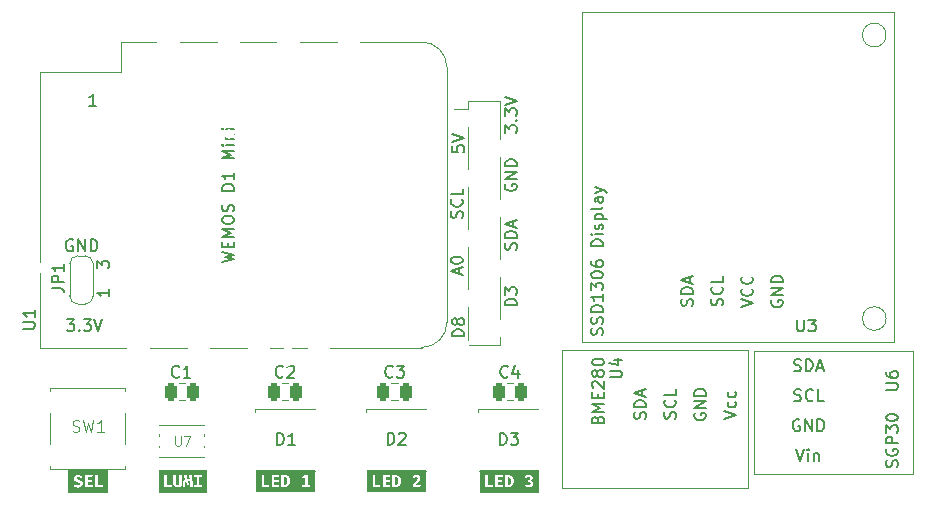
<source format=gto>
%TF.GenerationSoftware,KiCad,Pcbnew,7.0.1*%
%TF.CreationDate,2023-03-22T16:32:41+01:00*%
%TF.ProjectId,iaq_device,6961715f-6465-4766-9963-652e6b696361,rev?*%
%TF.SameCoordinates,Original*%
%TF.FileFunction,Legend,Top*%
%TF.FilePolarity,Positive*%
%FSLAX46Y46*%
G04 Gerber Fmt 4.6, Leading zero omitted, Abs format (unit mm)*
G04 Created by KiCad (PCBNEW 7.0.1) date 2023-03-22 16:32:41*
%MOMM*%
%LPD*%
G01*
G04 APERTURE LIST*
G04 Aperture macros list*
%AMRoundRect*
0 Rectangle with rounded corners*
0 $1 Rounding radius*
0 $2 $3 $4 $5 $6 $7 $8 $9 X,Y pos of 4 corners*
0 Add a 4 corners polygon primitive as box body*
4,1,4,$2,$3,$4,$5,$6,$7,$8,$9,$2,$3,0*
0 Add four circle primitives for the rounded corners*
1,1,$1+$1,$2,$3*
1,1,$1+$1,$4,$5*
1,1,$1+$1,$6,$7*
1,1,$1+$1,$8,$9*
0 Add four rect primitives between the rounded corners*
20,1,$1+$1,$2,$3,$4,$5,0*
20,1,$1+$1,$4,$5,$6,$7,0*
20,1,$1+$1,$6,$7,$8,$9,0*
20,1,$1+$1,$8,$9,$2,$3,0*%
%AMFreePoly0*
4,1,19,0.550000,-0.750000,0.000000,-0.750000,0.000000,-0.744911,-0.071157,-0.744911,-0.207708,-0.704816,-0.327430,-0.627875,-0.420627,-0.520320,-0.479746,-0.390866,-0.500000,-0.250000,-0.500000,0.250000,-0.479746,0.390866,-0.420627,0.520320,-0.327430,0.627875,-0.207708,0.704816,-0.071157,0.744911,0.000000,0.744911,0.000000,0.750000,0.550000,0.750000,0.550000,-0.750000,0.550000,-0.750000,
$1*%
%AMFreePoly1*
4,1,19,0.000000,0.744911,0.071157,0.744911,0.207708,0.704816,0.327430,0.627875,0.420627,0.520320,0.479746,0.390866,0.500000,0.250000,0.500000,-0.250000,0.479746,-0.390866,0.420627,-0.520320,0.327430,-0.627875,0.207708,-0.704816,0.071157,-0.744911,0.000000,-0.744911,0.000000,-0.750000,-0.550000,-0.750000,-0.550000,0.750000,0.000000,0.750000,0.000000,0.744911,0.000000,0.744911,
$1*%
G04 Aperture macros list end*
%ADD10C,0.200000*%
%ADD11C,0.150000*%
%ADD12C,0.100000*%
%ADD13C,0.125000*%
%ADD14C,0.120000*%
%ADD15R,1.000000X2.510000*%
%ADD16R,1.000000X1.000000*%
%ADD17O,1.000000X1.000000*%
%ADD18RoundRect,0.250000X-0.250000X-0.475000X0.250000X-0.475000X0.250000X0.475000X-0.250000X0.475000X0*%
%ADD19FreePoly0,90.000000*%
%ADD20R,1.500000X1.000000*%
%ADD21FreePoly1,90.000000*%
%ADD22R,1.200000X0.600000*%
%ADD23R,1.550000X1.300000*%
%ADD24R,1.900000X1.000000*%
%ADD25R,1.700000X1.700000*%
%ADD26C,1.700000*%
%ADD27O,1.700000X1.700000*%
%ADD28R,1.650000X1.650000*%
%ADD29C,1.650000*%
%ADD30C,0.800000*%
G04 APERTURE END LIST*
D10*
G36*
X140161537Y-114091086D02*
G01*
X140172987Y-114091593D01*
X140184240Y-114092473D01*
X140195283Y-114093756D01*
X140206104Y-114095472D01*
X140216693Y-114097649D01*
X140227035Y-114100318D01*
X140237120Y-114103506D01*
X140246935Y-114107245D01*
X140256468Y-114111563D01*
X140265707Y-114116490D01*
X140274641Y-114122055D01*
X140283256Y-114128287D01*
X140291541Y-114135216D01*
X140299484Y-114142872D01*
X140307073Y-114151283D01*
X140314295Y-114160478D01*
X140321139Y-114170489D01*
X140327592Y-114181343D01*
X140333643Y-114193070D01*
X140339279Y-114205699D01*
X140344488Y-114219261D01*
X140349258Y-114233783D01*
X140353578Y-114249297D01*
X140357435Y-114265830D01*
X140360816Y-114283413D01*
X140363711Y-114302074D01*
X140366106Y-114321844D01*
X140367990Y-114342751D01*
X140369351Y-114364825D01*
X140370176Y-114388096D01*
X140370454Y-114412592D01*
X140370192Y-114436603D01*
X140369412Y-114459513D01*
X140368124Y-114481344D01*
X140366336Y-114502119D01*
X140364058Y-114521859D01*
X140361298Y-114540586D01*
X140358065Y-114558324D01*
X140354368Y-114575094D01*
X140350216Y-114590918D01*
X140345619Y-114605818D01*
X140340585Y-114619818D01*
X140335124Y-114632939D01*
X140329243Y-114645203D01*
X140322953Y-114656632D01*
X140316262Y-114667249D01*
X140309179Y-114677076D01*
X140301713Y-114686136D01*
X140293874Y-114694450D01*
X140285670Y-114702040D01*
X140277109Y-114708930D01*
X140268202Y-114715140D01*
X140258957Y-114720694D01*
X140249384Y-114725613D01*
X140239490Y-114729921D01*
X140229285Y-114733638D01*
X140218779Y-114736787D01*
X140207979Y-114739391D01*
X140196896Y-114741472D01*
X140185537Y-114743052D01*
X140173913Y-114744153D01*
X140162032Y-114744797D01*
X140149902Y-114745006D01*
X140099588Y-114745006D01*
X140099588Y-114090924D01*
X140149902Y-114090924D01*
X140161537Y-114091086D01*
G37*
G36*
X142714741Y-115382281D02*
G01*
X137758720Y-115382281D01*
X137758720Y-113919954D01*
X138201577Y-113919954D01*
X138201577Y-114915000D01*
X138844180Y-114915000D01*
X138868604Y-114729131D01*
X138437027Y-114729131D01*
X138437027Y-113919954D01*
X139062289Y-113919954D01*
X139062289Y-114915000D01*
X139713440Y-114915000D01*
X139713440Y-114746472D01*
X139297739Y-114746472D01*
X139297739Y-114492215D01*
X139642366Y-114492215D01*
X139642366Y-114327107D01*
X139297739Y-114327107D01*
X139297739Y-114087993D01*
X139689016Y-114087993D01*
X139712708Y-113919954D01*
X139864138Y-113919954D01*
X139864138Y-114090924D01*
X139864138Y-114915000D01*
X140132805Y-114915000D01*
X140155977Y-114914708D01*
X140179028Y-114913806D01*
X140201918Y-114912257D01*
X140224607Y-114910021D01*
X140247055Y-114907061D01*
X140269221Y-114903337D01*
X140291064Y-114898811D01*
X140312545Y-114893445D01*
X140333623Y-114887200D01*
X140354258Y-114880039D01*
X140374410Y-114871921D01*
X140394037Y-114862810D01*
X140413101Y-114852666D01*
X140431559Y-114841451D01*
X140449373Y-114829126D01*
X140466502Y-114815654D01*
X140482905Y-114800995D01*
X140493541Y-114790191D01*
X141536713Y-114790191D01*
X141544624Y-114798957D01*
X141552740Y-114807484D01*
X141561061Y-114815770D01*
X141569585Y-114823812D01*
X141578311Y-114831607D01*
X141587239Y-114839154D01*
X141596368Y-114846448D01*
X141605697Y-114853488D01*
X141615224Y-114860272D01*
X141624949Y-114866796D01*
X141634872Y-114873058D01*
X141644991Y-114879055D01*
X141655305Y-114884785D01*
X141665814Y-114890245D01*
X141676516Y-114895432D01*
X141687411Y-114900345D01*
X141698498Y-114904980D01*
X141709775Y-114909335D01*
X141721243Y-114913406D01*
X141732899Y-114917193D01*
X141744744Y-114920691D01*
X141756776Y-114923899D01*
X141768995Y-114926814D01*
X141781399Y-114929433D01*
X141793987Y-114931753D01*
X141806760Y-114933773D01*
X141819715Y-114935489D01*
X141832852Y-114936898D01*
X141846170Y-114937999D01*
X141859668Y-114938789D01*
X141873346Y-114939265D01*
X141887202Y-114939424D01*
X141909343Y-114939028D01*
X141930927Y-114937852D01*
X141951943Y-114935916D01*
X141972383Y-114933239D01*
X141992236Y-114929841D01*
X142011494Y-114925739D01*
X142030147Y-114920953D01*
X142048184Y-114915503D01*
X142065598Y-114909408D01*
X142082377Y-114902686D01*
X142098514Y-114895357D01*
X142113997Y-114887440D01*
X142128818Y-114878954D01*
X142142967Y-114869919D01*
X142156434Y-114860353D01*
X142169211Y-114850275D01*
X142181286Y-114839705D01*
X142192652Y-114828662D01*
X142203299Y-114817165D01*
X142213216Y-114805233D01*
X142222394Y-114792886D01*
X142230825Y-114780141D01*
X142238497Y-114767020D01*
X142245403Y-114753540D01*
X142251532Y-114739721D01*
X142256874Y-114725581D01*
X142261421Y-114711141D01*
X142265162Y-114696419D01*
X142268089Y-114681435D01*
X142270191Y-114666207D01*
X142271459Y-114650755D01*
X142271884Y-114635097D01*
X142271600Y-114620302D01*
X142270756Y-114606044D01*
X142269362Y-114592314D01*
X142267429Y-114579106D01*
X142264966Y-114566411D01*
X142261986Y-114554222D01*
X142258498Y-114542529D01*
X142254512Y-114531325D01*
X142250040Y-114520601D01*
X142245093Y-114510351D01*
X142239679Y-114500565D01*
X142233811Y-114491236D01*
X142227498Y-114482356D01*
X142220752Y-114473916D01*
X142213582Y-114465909D01*
X142206000Y-114458326D01*
X142198015Y-114451160D01*
X142189639Y-114444402D01*
X142180882Y-114438045D01*
X142171754Y-114432080D01*
X142162267Y-114426499D01*
X142152430Y-114421294D01*
X142142254Y-114416458D01*
X142131750Y-114411981D01*
X142120928Y-114407857D01*
X142109799Y-114404077D01*
X142098374Y-114400632D01*
X142086662Y-114397516D01*
X142074675Y-114394719D01*
X142062423Y-114392234D01*
X142049917Y-114390053D01*
X142037167Y-114388168D01*
X142048559Y-114384748D01*
X142059695Y-114381082D01*
X142070568Y-114377168D01*
X142081171Y-114373006D01*
X142091498Y-114368593D01*
X142101540Y-114363929D01*
X142111293Y-114359012D01*
X142120747Y-114353840D01*
X142129898Y-114348413D01*
X142138737Y-114342728D01*
X142147257Y-114336785D01*
X142155452Y-114330581D01*
X142163315Y-114324117D01*
X142170839Y-114317389D01*
X142178017Y-114310398D01*
X142184842Y-114303141D01*
X142191307Y-114295617D01*
X142197405Y-114287824D01*
X142203129Y-114279763D01*
X142208473Y-114271430D01*
X142213429Y-114262824D01*
X142217990Y-114253945D01*
X142222150Y-114244791D01*
X142225902Y-114235359D01*
X142229238Y-114225650D01*
X142232151Y-114215662D01*
X142234636Y-114205393D01*
X142236684Y-114194841D01*
X142238289Y-114184006D01*
X142239444Y-114172887D01*
X142240143Y-114161480D01*
X142240377Y-114149787D01*
X142240014Y-114136807D01*
X142238928Y-114123983D01*
X142237127Y-114111332D01*
X142234616Y-114098870D01*
X142231402Y-114086614D01*
X142227490Y-114074580D01*
X142222888Y-114062787D01*
X142217601Y-114051250D01*
X142211636Y-114039986D01*
X142204999Y-114029013D01*
X142197695Y-114018346D01*
X142189733Y-114008004D01*
X142181117Y-113998002D01*
X142171854Y-113988357D01*
X142161950Y-113979086D01*
X142151411Y-113970207D01*
X142140245Y-113961736D01*
X142128456Y-113953689D01*
X142116052Y-113946083D01*
X142103038Y-113938936D01*
X142089421Y-113932264D01*
X142075207Y-113926085D01*
X142060402Y-113920413D01*
X142045013Y-113915268D01*
X142029046Y-113910665D01*
X142012507Y-113906620D01*
X141995402Y-113903152D01*
X141977738Y-113900277D01*
X141959520Y-113898012D01*
X141940756Y-113896373D01*
X141921451Y-113895377D01*
X141901612Y-113895041D01*
X141888816Y-113895178D01*
X141876163Y-113895587D01*
X141863655Y-113896267D01*
X141851289Y-113897217D01*
X141839066Y-113898436D01*
X141826985Y-113899923D01*
X141815045Y-113901677D01*
X141803247Y-113903697D01*
X141791589Y-113905981D01*
X141780072Y-113908530D01*
X141768694Y-113911340D01*
X141757455Y-113914413D01*
X141746355Y-113917746D01*
X141735393Y-113921338D01*
X141724568Y-113925189D01*
X141713881Y-113929296D01*
X141703330Y-113933660D01*
X141692916Y-113938280D01*
X141682637Y-113943153D01*
X141672494Y-113948279D01*
X141662485Y-113953657D01*
X141652610Y-113959285D01*
X141642869Y-113965164D01*
X141633262Y-113971291D01*
X141623787Y-113977666D01*
X141614444Y-113984287D01*
X141605233Y-113991153D01*
X141596153Y-113998265D01*
X141587204Y-114005619D01*
X141578386Y-114013215D01*
X141569697Y-114021053D01*
X141561137Y-114029131D01*
X141677397Y-114149787D01*
X141688133Y-114140084D01*
X141699013Y-114130865D01*
X141710055Y-114122149D01*
X141721277Y-114113955D01*
X141732696Y-114106304D01*
X141744330Y-114099216D01*
X141756198Y-114092708D01*
X141768316Y-114086803D01*
X141780704Y-114081518D01*
X141793379Y-114076874D01*
X141806359Y-114072891D01*
X141819661Y-114069587D01*
X141833304Y-114066984D01*
X141847305Y-114065100D01*
X141861683Y-114063955D01*
X141876455Y-114063569D01*
X141892043Y-114064103D01*
X141906991Y-114065688D01*
X141921248Y-114068299D01*
X141934764Y-114071911D01*
X141947489Y-114076500D01*
X141959372Y-114082039D01*
X141970363Y-114088504D01*
X141980411Y-114095870D01*
X141989466Y-114104112D01*
X141997477Y-114113205D01*
X142004394Y-114123123D01*
X142010166Y-114133842D01*
X142014744Y-114145337D01*
X142018076Y-114157582D01*
X142020113Y-114170553D01*
X142020802Y-114184225D01*
X142020079Y-114200013D01*
X142017945Y-114214772D01*
X142014454Y-114228504D01*
X142009663Y-114241210D01*
X142003625Y-114252891D01*
X141996395Y-114263548D01*
X141988028Y-114273184D01*
X141978579Y-114281800D01*
X141968102Y-114289396D01*
X141956653Y-114295976D01*
X141944285Y-114301539D01*
X141931055Y-114306087D01*
X141917015Y-114309622D01*
X141902222Y-114312145D01*
X141886730Y-114313658D01*
X141870593Y-114314162D01*
X141806113Y-114314162D01*
X141780223Y-114470722D01*
X141870593Y-114470722D01*
X141880489Y-114470848D01*
X141899476Y-114471871D01*
X141917366Y-114473945D01*
X141934137Y-114477097D01*
X141949764Y-114481357D01*
X141964222Y-114486754D01*
X141977488Y-114493315D01*
X141989536Y-114501070D01*
X142000343Y-114510047D01*
X142009884Y-114520275D01*
X142018134Y-114531783D01*
X142025071Y-114544598D01*
X142030668Y-114558750D01*
X142034902Y-114574267D01*
X142037749Y-114591178D01*
X142039184Y-114609512D01*
X142039365Y-114619221D01*
X142038567Y-114636484D01*
X142036213Y-114652727D01*
X142032360Y-114667936D01*
X142027065Y-114682099D01*
X142020386Y-114695203D01*
X142012381Y-114707235D01*
X142003108Y-114718182D01*
X141992623Y-114728032D01*
X141980985Y-114736771D01*
X141968251Y-114744386D01*
X141954478Y-114750866D01*
X141939725Y-114756196D01*
X141924049Y-114760364D01*
X141907508Y-114763357D01*
X141890158Y-114765162D01*
X141872059Y-114765767D01*
X141857480Y-114765430D01*
X141843063Y-114764410D01*
X141828818Y-114762694D01*
X141814757Y-114760268D01*
X141800892Y-114757119D01*
X141787235Y-114753235D01*
X141773798Y-114748601D01*
X141760592Y-114743205D01*
X141747630Y-114737033D01*
X141734922Y-114730073D01*
X141722482Y-114722310D01*
X141710320Y-114713732D01*
X141698449Y-114704325D01*
X141686880Y-114694077D01*
X141675625Y-114682973D01*
X141664696Y-114671001D01*
X141536713Y-114790191D01*
X140493541Y-114790191D01*
X140498542Y-114785111D01*
X140513373Y-114767964D01*
X140527358Y-114749515D01*
X140540455Y-114729726D01*
X140552625Y-114708559D01*
X140563828Y-114685974D01*
X140574022Y-114661933D01*
X140583169Y-114636399D01*
X140591226Y-114609332D01*
X140598155Y-114580694D01*
X140603914Y-114550446D01*
X140608464Y-114518551D01*
X140611764Y-114484969D01*
X140613773Y-114449662D01*
X140614452Y-114412592D01*
X140613744Y-114375056D01*
X140611650Y-114339399D01*
X140608211Y-114305577D01*
X140603470Y-114273545D01*
X140597470Y-114243257D01*
X140590254Y-114214668D01*
X140581864Y-114187733D01*
X140572343Y-114162407D01*
X140561734Y-114138645D01*
X140550079Y-114116402D01*
X140537421Y-114095632D01*
X140523803Y-114076291D01*
X140509267Y-114058333D01*
X140493856Y-114041714D01*
X140477612Y-114026387D01*
X140460579Y-114012308D01*
X140442799Y-113999433D01*
X140424314Y-113987715D01*
X140405168Y-113977109D01*
X140385403Y-113967571D01*
X140365061Y-113959056D01*
X140344186Y-113951518D01*
X140322819Y-113944911D01*
X140301005Y-113939192D01*
X140278784Y-113934315D01*
X140256201Y-113930234D01*
X140233297Y-113926905D01*
X140210115Y-113924282D01*
X140186698Y-113922321D01*
X140163089Y-113920976D01*
X140139330Y-113920202D01*
X140115464Y-113919954D01*
X139864138Y-113919954D01*
X139712708Y-113919954D01*
X139062289Y-113919954D01*
X138437027Y-113919954D01*
X138201577Y-113919954D01*
X137758720Y-113919954D01*
X137758720Y-113452184D01*
X142714741Y-113452184D01*
X142714741Y-115382281D01*
G37*
D11*
X136416119Y-102147594D02*
X135416119Y-102147594D01*
X135416119Y-102147594D02*
X135416119Y-101909499D01*
X135416119Y-101909499D02*
X135463738Y-101766642D01*
X135463738Y-101766642D02*
X135558976Y-101671404D01*
X135558976Y-101671404D02*
X135654214Y-101623785D01*
X135654214Y-101623785D02*
X135844690Y-101576166D01*
X135844690Y-101576166D02*
X135987547Y-101576166D01*
X135987547Y-101576166D02*
X136178023Y-101623785D01*
X136178023Y-101623785D02*
X136273261Y-101671404D01*
X136273261Y-101671404D02*
X136368500Y-101766642D01*
X136368500Y-101766642D02*
X136416119Y-101909499D01*
X136416119Y-101909499D02*
X136416119Y-102147594D01*
X135844690Y-101004737D02*
X135797071Y-101099975D01*
X135797071Y-101099975D02*
X135749452Y-101147594D01*
X135749452Y-101147594D02*
X135654214Y-101195213D01*
X135654214Y-101195213D02*
X135606595Y-101195213D01*
X135606595Y-101195213D02*
X135511357Y-101147594D01*
X135511357Y-101147594D02*
X135463738Y-101099975D01*
X135463738Y-101099975D02*
X135416119Y-101004737D01*
X135416119Y-101004737D02*
X135416119Y-100814261D01*
X135416119Y-100814261D02*
X135463738Y-100719023D01*
X135463738Y-100719023D02*
X135511357Y-100671404D01*
X135511357Y-100671404D02*
X135606595Y-100623785D01*
X135606595Y-100623785D02*
X135654214Y-100623785D01*
X135654214Y-100623785D02*
X135749452Y-100671404D01*
X135749452Y-100671404D02*
X135797071Y-100719023D01*
X135797071Y-100719023D02*
X135844690Y-100814261D01*
X135844690Y-100814261D02*
X135844690Y-101004737D01*
X135844690Y-101004737D02*
X135892309Y-101099975D01*
X135892309Y-101099975D02*
X135939928Y-101147594D01*
X135939928Y-101147594D02*
X136035166Y-101195213D01*
X136035166Y-101195213D02*
X136225642Y-101195213D01*
X136225642Y-101195213D02*
X136320880Y-101147594D01*
X136320880Y-101147594D02*
X136368500Y-101099975D01*
X136368500Y-101099975D02*
X136416119Y-101004737D01*
X136416119Y-101004737D02*
X136416119Y-100814261D01*
X136416119Y-100814261D02*
X136368500Y-100719023D01*
X136368500Y-100719023D02*
X136320880Y-100671404D01*
X136320880Y-100671404D02*
X136225642Y-100623785D01*
X136225642Y-100623785D02*
X136035166Y-100623785D01*
X136035166Y-100623785D02*
X135939928Y-100671404D01*
X135939928Y-100671404D02*
X135892309Y-100719023D01*
X135892309Y-100719023D02*
X135844690Y-100814261D01*
D10*
G36*
X130621537Y-114091086D02*
G01*
X130632987Y-114091593D01*
X130644240Y-114092473D01*
X130655283Y-114093756D01*
X130666104Y-114095472D01*
X130676693Y-114097649D01*
X130687035Y-114100318D01*
X130697120Y-114103506D01*
X130706935Y-114107245D01*
X130716468Y-114111563D01*
X130725707Y-114116490D01*
X130734641Y-114122055D01*
X130743256Y-114128287D01*
X130751541Y-114135216D01*
X130759484Y-114142872D01*
X130767073Y-114151283D01*
X130774295Y-114160478D01*
X130781139Y-114170489D01*
X130787592Y-114181343D01*
X130793643Y-114193070D01*
X130799279Y-114205699D01*
X130804488Y-114219261D01*
X130809258Y-114233783D01*
X130813578Y-114249297D01*
X130817435Y-114265830D01*
X130820816Y-114283413D01*
X130823711Y-114302074D01*
X130826106Y-114321844D01*
X130827990Y-114342751D01*
X130829351Y-114364825D01*
X130830176Y-114388096D01*
X130830454Y-114412592D01*
X130830192Y-114436603D01*
X130829412Y-114459513D01*
X130828124Y-114481344D01*
X130826336Y-114502119D01*
X130824058Y-114521859D01*
X130821298Y-114540586D01*
X130818065Y-114558324D01*
X130814368Y-114575094D01*
X130810216Y-114590918D01*
X130805619Y-114605818D01*
X130800585Y-114619818D01*
X130795124Y-114632939D01*
X130789243Y-114645203D01*
X130782953Y-114656632D01*
X130776262Y-114667249D01*
X130769179Y-114677076D01*
X130761713Y-114686136D01*
X130753874Y-114694450D01*
X130745670Y-114702040D01*
X130737109Y-114708930D01*
X130728202Y-114715140D01*
X130718957Y-114720694D01*
X130709384Y-114725613D01*
X130699490Y-114729921D01*
X130689285Y-114733638D01*
X130678779Y-114736787D01*
X130667979Y-114739391D01*
X130656896Y-114741472D01*
X130645537Y-114743052D01*
X130633913Y-114744153D01*
X130622032Y-114744797D01*
X130609902Y-114745006D01*
X130559588Y-114745006D01*
X130559588Y-114090924D01*
X130609902Y-114090924D01*
X130621537Y-114091086D01*
G37*
G36*
X133176207Y-115357857D02*
G01*
X128218720Y-115357857D01*
X128218720Y-113919954D01*
X128661577Y-113919954D01*
X128661577Y-114915000D01*
X129304180Y-114915000D01*
X129328604Y-114729131D01*
X128897027Y-114729131D01*
X128897027Y-113919954D01*
X129522289Y-113919954D01*
X129522289Y-114915000D01*
X130173440Y-114915000D01*
X130173440Y-114746472D01*
X129757739Y-114746472D01*
X129757739Y-114492215D01*
X130102366Y-114492215D01*
X130102366Y-114327107D01*
X129757739Y-114327107D01*
X129757739Y-114087993D01*
X130149016Y-114087993D01*
X130172708Y-113919954D01*
X130324138Y-113919954D01*
X130324138Y-114090924D01*
X130324138Y-114915000D01*
X130592805Y-114915000D01*
X130615977Y-114914708D01*
X130639028Y-114913806D01*
X130661918Y-114912257D01*
X130684607Y-114910021D01*
X130707055Y-114907061D01*
X130729221Y-114903337D01*
X130751064Y-114898811D01*
X130772545Y-114893445D01*
X130793623Y-114887200D01*
X130814258Y-114880039D01*
X130834410Y-114871921D01*
X130854037Y-114862810D01*
X130873101Y-114852666D01*
X130891559Y-114841451D01*
X130909373Y-114829126D01*
X130926502Y-114815654D01*
X130942905Y-114800995D01*
X130958542Y-114785111D01*
X130973373Y-114767964D01*
X130987358Y-114749515D01*
X131000455Y-114729726D01*
X131012625Y-114708559D01*
X131023828Y-114685974D01*
X131034022Y-114661933D01*
X131043169Y-114636399D01*
X131051226Y-114609332D01*
X131058155Y-114580694D01*
X131063914Y-114550446D01*
X131068464Y-114518551D01*
X131071764Y-114484969D01*
X131073773Y-114449662D01*
X131074452Y-114412592D01*
X131073744Y-114375056D01*
X131071650Y-114339399D01*
X131068211Y-114305577D01*
X131063470Y-114273545D01*
X131057470Y-114243257D01*
X131050254Y-114214668D01*
X131041864Y-114187733D01*
X131032343Y-114162407D01*
X131021734Y-114138645D01*
X131010079Y-114116402D01*
X130997421Y-114095632D01*
X130983803Y-114076291D01*
X130974691Y-114065034D01*
X132027732Y-114065034D01*
X132166950Y-114169815D01*
X132176662Y-114157095D01*
X132186404Y-114145305D01*
X132196210Y-114134430D01*
X132206117Y-114124454D01*
X132216160Y-114115363D01*
X132226374Y-114107141D01*
X132236796Y-114099773D01*
X132247459Y-114093244D01*
X132258400Y-114087540D01*
X132269654Y-114082646D01*
X132281257Y-114078545D01*
X132293243Y-114075224D01*
X132305649Y-114072667D01*
X132318509Y-114070859D01*
X132331860Y-114069785D01*
X132345736Y-114069431D01*
X132361324Y-114070015D01*
X132376020Y-114071750D01*
X132389809Y-114074604D01*
X132402675Y-114078548D01*
X132414602Y-114083553D01*
X132425575Y-114089588D01*
X132435577Y-114096624D01*
X132444593Y-114104632D01*
X132452608Y-114113582D01*
X132459605Y-114123443D01*
X132465569Y-114134187D01*
X132470483Y-114145783D01*
X132474333Y-114158203D01*
X132477103Y-114171415D01*
X132478776Y-114185391D01*
X132479337Y-114200101D01*
X132479028Y-114211214D01*
X132478086Y-114222368D01*
X132476489Y-114233598D01*
X132474217Y-114244941D01*
X132471246Y-114256431D01*
X132467555Y-114268107D01*
X132463123Y-114280002D01*
X132457928Y-114292154D01*
X132451947Y-114304597D01*
X132445160Y-114317370D01*
X132437545Y-114330506D01*
X132429079Y-114344043D01*
X132419742Y-114358016D01*
X132409511Y-114372462D01*
X132398364Y-114387416D01*
X132386281Y-114402914D01*
X132373238Y-114418992D01*
X132359215Y-114435687D01*
X132344190Y-114453034D01*
X132328140Y-114471070D01*
X132311045Y-114489829D01*
X132292882Y-114509349D01*
X132273630Y-114529666D01*
X132253267Y-114550814D01*
X132231772Y-114572831D01*
X132209122Y-114595753D01*
X132185295Y-114619614D01*
X132160271Y-114644452D01*
X132134027Y-114670303D01*
X132106542Y-114697201D01*
X132077793Y-114725184D01*
X132047760Y-114754288D01*
X132047760Y-114915000D01*
X132708925Y-114915000D01*
X132733350Y-114742076D01*
X132308367Y-114742076D01*
X132336124Y-114717112D01*
X132362711Y-114692941D01*
X132388149Y-114669531D01*
X132412456Y-114646850D01*
X132435650Y-114624868D01*
X132457750Y-114603552D01*
X132478776Y-114582871D01*
X132498747Y-114562794D01*
X132517680Y-114543288D01*
X132535596Y-114524322D01*
X132552512Y-114505865D01*
X132568448Y-114487885D01*
X132583423Y-114470350D01*
X132597456Y-114453229D01*
X132610565Y-114436490D01*
X132622769Y-114420102D01*
X132634087Y-114404034D01*
X132644538Y-114388252D01*
X132654141Y-114372727D01*
X132662915Y-114357426D01*
X132670879Y-114342319D01*
X132678051Y-114327372D01*
X132684450Y-114312555D01*
X132690096Y-114297836D01*
X132695006Y-114283184D01*
X132699201Y-114268566D01*
X132702699Y-114253952D01*
X132705518Y-114239310D01*
X132707678Y-114224608D01*
X132709198Y-114209815D01*
X132710096Y-114194899D01*
X132710391Y-114179829D01*
X132710050Y-114165624D01*
X132709030Y-114151554D01*
X132707330Y-114137641D01*
X132704952Y-114123904D01*
X132701897Y-114110364D01*
X132698166Y-114097043D01*
X132693760Y-114083960D01*
X132688680Y-114071137D01*
X132682927Y-114058593D01*
X132676502Y-114046351D01*
X132669406Y-114034430D01*
X132661640Y-114022851D01*
X132653205Y-114011636D01*
X132644103Y-114000804D01*
X132634333Y-113990376D01*
X132623898Y-113980374D01*
X132612798Y-113970817D01*
X132601035Y-113961727D01*
X132588608Y-113953124D01*
X132575521Y-113945029D01*
X132561772Y-113937462D01*
X132547364Y-113930445D01*
X132532297Y-113923998D01*
X132516573Y-113918141D01*
X132500192Y-113912896D01*
X132483155Y-113908284D01*
X132465465Y-113904324D01*
X132447120Y-113901037D01*
X132428124Y-113898445D01*
X132408476Y-113896568D01*
X132388177Y-113895426D01*
X132367230Y-113895041D01*
X132352392Y-113895236D01*
X132337872Y-113895815D01*
X132323664Y-113896775D01*
X132309766Y-113898108D01*
X132296171Y-113899810D01*
X132282876Y-113901876D01*
X132269877Y-113904299D01*
X132257168Y-113907074D01*
X132244745Y-113910196D01*
X132232604Y-113913659D01*
X132220740Y-113917458D01*
X132209149Y-113921587D01*
X132197826Y-113926041D01*
X132186768Y-113930814D01*
X132175968Y-113935900D01*
X132165424Y-113941295D01*
X132155130Y-113946992D01*
X132145082Y-113952987D01*
X132135275Y-113959273D01*
X132125706Y-113965846D01*
X132116369Y-113972699D01*
X132107260Y-113979827D01*
X132098375Y-113987225D01*
X132089709Y-113994887D01*
X132081257Y-114002808D01*
X132073016Y-114010982D01*
X132064980Y-114019404D01*
X132057146Y-114028067D01*
X132049509Y-114036968D01*
X132042063Y-114046100D01*
X132034806Y-114055457D01*
X132027732Y-114065034D01*
X130974691Y-114065034D01*
X130969267Y-114058333D01*
X130953856Y-114041714D01*
X130937612Y-114026387D01*
X130920579Y-114012308D01*
X130902799Y-113999433D01*
X130884314Y-113987715D01*
X130865168Y-113977109D01*
X130845403Y-113967571D01*
X130825061Y-113959056D01*
X130804186Y-113951518D01*
X130782819Y-113944911D01*
X130761005Y-113939192D01*
X130738784Y-113934315D01*
X130716201Y-113930234D01*
X130693297Y-113926905D01*
X130670115Y-113924282D01*
X130646698Y-113922321D01*
X130623089Y-113920976D01*
X130599330Y-113920202D01*
X130575464Y-113919954D01*
X130324138Y-113919954D01*
X130172708Y-113919954D01*
X129522289Y-113919954D01*
X128897027Y-113919954D01*
X128661577Y-113919954D01*
X128218720Y-113919954D01*
X128218720Y-113452184D01*
X133176207Y-113452184D01*
X133176207Y-115357857D01*
G37*
D11*
X105251214Y-82631619D02*
X104679786Y-82631619D01*
X104965500Y-82631619D02*
X104965500Y-81631619D01*
X104965500Y-81631619D02*
X104870262Y-81774476D01*
X104870262Y-81774476D02*
X104775024Y-81869714D01*
X104775024Y-81869714D02*
X104679786Y-81917333D01*
X140813500Y-94813285D02*
X140861119Y-94670428D01*
X140861119Y-94670428D02*
X140861119Y-94432333D01*
X140861119Y-94432333D02*
X140813500Y-94337095D01*
X140813500Y-94337095D02*
X140765880Y-94289476D01*
X140765880Y-94289476D02*
X140670642Y-94241857D01*
X140670642Y-94241857D02*
X140575404Y-94241857D01*
X140575404Y-94241857D02*
X140480166Y-94289476D01*
X140480166Y-94289476D02*
X140432547Y-94337095D01*
X140432547Y-94337095D02*
X140384928Y-94432333D01*
X140384928Y-94432333D02*
X140337309Y-94622809D01*
X140337309Y-94622809D02*
X140289690Y-94718047D01*
X140289690Y-94718047D02*
X140242071Y-94765666D01*
X140242071Y-94765666D02*
X140146833Y-94813285D01*
X140146833Y-94813285D02*
X140051595Y-94813285D01*
X140051595Y-94813285D02*
X139956357Y-94765666D01*
X139956357Y-94765666D02*
X139908738Y-94718047D01*
X139908738Y-94718047D02*
X139861119Y-94622809D01*
X139861119Y-94622809D02*
X139861119Y-94384714D01*
X139861119Y-94384714D02*
X139908738Y-94241857D01*
X140861119Y-93813285D02*
X139861119Y-93813285D01*
X139861119Y-93813285D02*
X139861119Y-93575190D01*
X139861119Y-93575190D02*
X139908738Y-93432333D01*
X139908738Y-93432333D02*
X140003976Y-93337095D01*
X140003976Y-93337095D02*
X140099214Y-93289476D01*
X140099214Y-93289476D02*
X140289690Y-93241857D01*
X140289690Y-93241857D02*
X140432547Y-93241857D01*
X140432547Y-93241857D02*
X140623023Y-93289476D01*
X140623023Y-93289476D02*
X140718261Y-93337095D01*
X140718261Y-93337095D02*
X140813500Y-93432333D01*
X140813500Y-93432333D02*
X140861119Y-93575190D01*
X140861119Y-93575190D02*
X140861119Y-93813285D01*
X140575404Y-92860904D02*
X140575404Y-92384714D01*
X140861119Y-92956142D02*
X139861119Y-92622809D01*
X139861119Y-92622809D02*
X140861119Y-92289476D01*
D10*
G36*
X121221537Y-114071086D02*
G01*
X121232987Y-114071593D01*
X121244240Y-114072473D01*
X121255283Y-114073756D01*
X121266104Y-114075472D01*
X121276693Y-114077649D01*
X121287035Y-114080318D01*
X121297120Y-114083506D01*
X121306935Y-114087245D01*
X121316468Y-114091563D01*
X121325707Y-114096490D01*
X121334641Y-114102055D01*
X121343256Y-114108287D01*
X121351541Y-114115216D01*
X121359484Y-114122872D01*
X121367073Y-114131283D01*
X121374295Y-114140478D01*
X121381139Y-114150489D01*
X121387592Y-114161343D01*
X121393643Y-114173070D01*
X121399279Y-114185699D01*
X121404488Y-114199261D01*
X121409258Y-114213783D01*
X121413578Y-114229297D01*
X121417435Y-114245830D01*
X121420816Y-114263413D01*
X121423711Y-114282074D01*
X121426106Y-114301844D01*
X121427990Y-114322751D01*
X121429351Y-114344825D01*
X121430176Y-114368096D01*
X121430454Y-114392592D01*
X121430192Y-114416603D01*
X121429412Y-114439513D01*
X121428124Y-114461344D01*
X121426336Y-114482119D01*
X121424058Y-114501859D01*
X121421298Y-114520586D01*
X121418065Y-114538324D01*
X121414368Y-114555094D01*
X121410216Y-114570918D01*
X121405619Y-114585818D01*
X121400585Y-114599818D01*
X121395124Y-114612939D01*
X121389243Y-114625203D01*
X121382953Y-114636632D01*
X121376262Y-114647249D01*
X121369179Y-114657076D01*
X121361713Y-114666136D01*
X121353874Y-114674450D01*
X121345670Y-114682040D01*
X121337109Y-114688930D01*
X121328202Y-114695140D01*
X121318957Y-114700694D01*
X121309384Y-114705613D01*
X121299490Y-114709921D01*
X121289285Y-114713638D01*
X121278779Y-114716787D01*
X121267979Y-114719391D01*
X121256896Y-114721472D01*
X121245537Y-114723052D01*
X121233913Y-114724153D01*
X121222032Y-114724797D01*
X121209902Y-114725006D01*
X121159588Y-114725006D01*
X121159588Y-114070924D01*
X121209902Y-114070924D01*
X121221537Y-114071086D01*
G37*
G36*
X123805027Y-115337857D02*
G01*
X118818720Y-115337857D01*
X118818720Y-113899954D01*
X119261577Y-113899954D01*
X119261577Y-114895000D01*
X119904180Y-114895000D01*
X119928604Y-114709131D01*
X119497027Y-114709131D01*
X119497027Y-113899954D01*
X120122289Y-113899954D01*
X120122289Y-114895000D01*
X120773440Y-114895000D01*
X120773440Y-114726472D01*
X120357739Y-114726472D01*
X120357739Y-114472215D01*
X120702366Y-114472215D01*
X120702366Y-114307107D01*
X120357739Y-114307107D01*
X120357739Y-114067993D01*
X120749016Y-114067993D01*
X120772708Y-113899954D01*
X120924138Y-113899954D01*
X120924138Y-114070924D01*
X120924138Y-114895000D01*
X121192805Y-114895000D01*
X121215977Y-114894708D01*
X121239028Y-114893806D01*
X121261918Y-114892257D01*
X121284607Y-114890021D01*
X121307055Y-114887061D01*
X121329221Y-114883337D01*
X121351064Y-114878811D01*
X121372545Y-114873445D01*
X121393623Y-114867200D01*
X121414258Y-114860039D01*
X121434410Y-114851921D01*
X121454037Y-114842810D01*
X121473101Y-114832666D01*
X121491559Y-114821451D01*
X121509373Y-114809126D01*
X121526502Y-114795654D01*
X121542905Y-114780995D01*
X121558542Y-114765111D01*
X121573373Y-114747964D01*
X121587358Y-114729515D01*
X121600455Y-114709726D01*
X121612625Y-114688559D01*
X121623828Y-114665974D01*
X121634022Y-114641933D01*
X121643169Y-114616399D01*
X121651226Y-114589332D01*
X121658155Y-114560694D01*
X121663914Y-114530446D01*
X121668464Y-114498551D01*
X121671764Y-114464969D01*
X121673773Y-114429662D01*
X121674452Y-114392592D01*
X121673744Y-114355056D01*
X121671650Y-114319399D01*
X121668211Y-114285577D01*
X121663470Y-114253545D01*
X121657470Y-114223257D01*
X121650254Y-114194668D01*
X121641864Y-114167733D01*
X121632343Y-114142407D01*
X121621734Y-114118645D01*
X121610079Y-114096402D01*
X121609437Y-114095348D01*
X122654110Y-114095348D01*
X122750342Y-114251175D01*
X122955017Y-114123436D01*
X122955017Y-114723541D01*
X122715171Y-114723541D01*
X122715171Y-114895000D01*
X123362170Y-114895000D01*
X123362170Y-114723541D01*
X123176057Y-114723541D01*
X123176057Y-113899954D01*
X122975045Y-113899954D01*
X122654110Y-114095348D01*
X121609437Y-114095348D01*
X121597421Y-114075632D01*
X121583803Y-114056291D01*
X121569267Y-114038333D01*
X121553856Y-114021714D01*
X121537612Y-114006387D01*
X121520579Y-113992308D01*
X121502799Y-113979433D01*
X121484314Y-113967715D01*
X121465168Y-113957109D01*
X121445403Y-113947571D01*
X121425061Y-113939056D01*
X121404186Y-113931518D01*
X121382819Y-113924911D01*
X121361005Y-113919192D01*
X121338784Y-113914315D01*
X121316201Y-113910234D01*
X121293297Y-113906905D01*
X121270115Y-113904282D01*
X121246698Y-113902321D01*
X121223089Y-113900976D01*
X121199330Y-113900202D01*
X121175464Y-113899954D01*
X120924138Y-113899954D01*
X120772708Y-113899954D01*
X120122289Y-113899954D01*
X119497027Y-113899954D01*
X119261577Y-113899954D01*
X118818720Y-113899954D01*
X118818720Y-113457097D01*
X123805027Y-113457097D01*
X123805027Y-115337857D01*
G37*
D11*
X136241500Y-92122475D02*
X136289119Y-91979618D01*
X136289119Y-91979618D02*
X136289119Y-91741523D01*
X136289119Y-91741523D02*
X136241500Y-91646285D01*
X136241500Y-91646285D02*
X136193880Y-91598666D01*
X136193880Y-91598666D02*
X136098642Y-91551047D01*
X136098642Y-91551047D02*
X136003404Y-91551047D01*
X136003404Y-91551047D02*
X135908166Y-91598666D01*
X135908166Y-91598666D02*
X135860547Y-91646285D01*
X135860547Y-91646285D02*
X135812928Y-91741523D01*
X135812928Y-91741523D02*
X135765309Y-91931999D01*
X135765309Y-91931999D02*
X135717690Y-92027237D01*
X135717690Y-92027237D02*
X135670071Y-92074856D01*
X135670071Y-92074856D02*
X135574833Y-92122475D01*
X135574833Y-92122475D02*
X135479595Y-92122475D01*
X135479595Y-92122475D02*
X135384357Y-92074856D01*
X135384357Y-92074856D02*
X135336738Y-92027237D01*
X135336738Y-92027237D02*
X135289119Y-91931999D01*
X135289119Y-91931999D02*
X135289119Y-91693904D01*
X135289119Y-91693904D02*
X135336738Y-91551047D01*
X136193880Y-90551047D02*
X136241500Y-90598666D01*
X136241500Y-90598666D02*
X136289119Y-90741523D01*
X136289119Y-90741523D02*
X136289119Y-90836761D01*
X136289119Y-90836761D02*
X136241500Y-90979618D01*
X136241500Y-90979618D02*
X136146261Y-91074856D01*
X136146261Y-91074856D02*
X136051023Y-91122475D01*
X136051023Y-91122475D02*
X135860547Y-91170094D01*
X135860547Y-91170094D02*
X135717690Y-91170094D01*
X135717690Y-91170094D02*
X135527214Y-91122475D01*
X135527214Y-91122475D02*
X135431976Y-91074856D01*
X135431976Y-91074856D02*
X135336738Y-90979618D01*
X135336738Y-90979618D02*
X135289119Y-90836761D01*
X135289119Y-90836761D02*
X135289119Y-90741523D01*
X135289119Y-90741523D02*
X135336738Y-90598666D01*
X135336738Y-90598666D02*
X135384357Y-90551047D01*
X136289119Y-89646285D02*
X136289119Y-90122475D01*
X136289119Y-90122475D02*
X135289119Y-90122475D01*
X136003404Y-96853285D02*
X136003404Y-96377095D01*
X136289119Y-96948523D02*
X135289119Y-96615190D01*
X135289119Y-96615190D02*
X136289119Y-96281857D01*
X135289119Y-95758047D02*
X135289119Y-95662809D01*
X135289119Y-95662809D02*
X135336738Y-95567571D01*
X135336738Y-95567571D02*
X135384357Y-95519952D01*
X135384357Y-95519952D02*
X135479595Y-95472333D01*
X135479595Y-95472333D02*
X135670071Y-95424714D01*
X135670071Y-95424714D02*
X135908166Y-95424714D01*
X135908166Y-95424714D02*
X136098642Y-95472333D01*
X136098642Y-95472333D02*
X136193880Y-95519952D01*
X136193880Y-95519952D02*
X136241500Y-95567571D01*
X136241500Y-95567571D02*
X136289119Y-95662809D01*
X136289119Y-95662809D02*
X136289119Y-95758047D01*
X136289119Y-95758047D02*
X136241500Y-95853285D01*
X136241500Y-95853285D02*
X136193880Y-95900904D01*
X136193880Y-95900904D02*
X136098642Y-95948523D01*
X136098642Y-95948523D02*
X135908166Y-95996142D01*
X135908166Y-95996142D02*
X135670071Y-95996142D01*
X135670071Y-95996142D02*
X135479595Y-95948523D01*
X135479595Y-95948523D02*
X135384357Y-95900904D01*
X135384357Y-95900904D02*
X135336738Y-95853285D01*
X135336738Y-95853285D02*
X135289119Y-95758047D01*
X139861119Y-84915189D02*
X139861119Y-84296142D01*
X139861119Y-84296142D02*
X140242071Y-84629475D01*
X140242071Y-84629475D02*
X140242071Y-84486618D01*
X140242071Y-84486618D02*
X140289690Y-84391380D01*
X140289690Y-84391380D02*
X140337309Y-84343761D01*
X140337309Y-84343761D02*
X140432547Y-84296142D01*
X140432547Y-84296142D02*
X140670642Y-84296142D01*
X140670642Y-84296142D02*
X140765880Y-84343761D01*
X140765880Y-84343761D02*
X140813500Y-84391380D01*
X140813500Y-84391380D02*
X140861119Y-84486618D01*
X140861119Y-84486618D02*
X140861119Y-84772332D01*
X140861119Y-84772332D02*
X140813500Y-84867570D01*
X140813500Y-84867570D02*
X140765880Y-84915189D01*
X140765880Y-83867570D02*
X140813500Y-83819951D01*
X140813500Y-83819951D02*
X140861119Y-83867570D01*
X140861119Y-83867570D02*
X140813500Y-83915189D01*
X140813500Y-83915189D02*
X140765880Y-83867570D01*
X140765880Y-83867570D02*
X140861119Y-83867570D01*
X139861119Y-83486618D02*
X139861119Y-82867571D01*
X139861119Y-82867571D02*
X140242071Y-83200904D01*
X140242071Y-83200904D02*
X140242071Y-83058047D01*
X140242071Y-83058047D02*
X140289690Y-82962809D01*
X140289690Y-82962809D02*
X140337309Y-82915190D01*
X140337309Y-82915190D02*
X140432547Y-82867571D01*
X140432547Y-82867571D02*
X140670642Y-82867571D01*
X140670642Y-82867571D02*
X140765880Y-82915190D01*
X140765880Y-82915190D02*
X140813500Y-82962809D01*
X140813500Y-82962809D02*
X140861119Y-83058047D01*
X140861119Y-83058047D02*
X140861119Y-83343761D01*
X140861119Y-83343761D02*
X140813500Y-83438999D01*
X140813500Y-83438999D02*
X140765880Y-83486618D01*
X139861119Y-82581856D02*
X140861119Y-82248523D01*
X140861119Y-82248523D02*
X139861119Y-81915190D01*
X139908738Y-89280904D02*
X139861119Y-89376142D01*
X139861119Y-89376142D02*
X139861119Y-89518999D01*
X139861119Y-89518999D02*
X139908738Y-89661856D01*
X139908738Y-89661856D02*
X140003976Y-89757094D01*
X140003976Y-89757094D02*
X140099214Y-89804713D01*
X140099214Y-89804713D02*
X140289690Y-89852332D01*
X140289690Y-89852332D02*
X140432547Y-89852332D01*
X140432547Y-89852332D02*
X140623023Y-89804713D01*
X140623023Y-89804713D02*
X140718261Y-89757094D01*
X140718261Y-89757094D02*
X140813500Y-89661856D01*
X140813500Y-89661856D02*
X140861119Y-89518999D01*
X140861119Y-89518999D02*
X140861119Y-89423761D01*
X140861119Y-89423761D02*
X140813500Y-89280904D01*
X140813500Y-89280904D02*
X140765880Y-89233285D01*
X140765880Y-89233285D02*
X140432547Y-89233285D01*
X140432547Y-89233285D02*
X140432547Y-89423761D01*
X140861119Y-88804713D02*
X139861119Y-88804713D01*
X139861119Y-88804713D02*
X140861119Y-88233285D01*
X140861119Y-88233285D02*
X139861119Y-88233285D01*
X140861119Y-87757094D02*
X139861119Y-87757094D01*
X139861119Y-87757094D02*
X139861119Y-87518999D01*
X139861119Y-87518999D02*
X139908738Y-87376142D01*
X139908738Y-87376142D02*
X140003976Y-87280904D01*
X140003976Y-87280904D02*
X140099214Y-87233285D01*
X140099214Y-87233285D02*
X140289690Y-87185666D01*
X140289690Y-87185666D02*
X140432547Y-87185666D01*
X140432547Y-87185666D02*
X140623023Y-87233285D01*
X140623023Y-87233285D02*
X140718261Y-87280904D01*
X140718261Y-87280904D02*
X140813500Y-87376142D01*
X140813500Y-87376142D02*
X140861119Y-87518999D01*
X140861119Y-87518999D02*
X140861119Y-87757094D01*
X140861119Y-99544094D02*
X139861119Y-99544094D01*
X139861119Y-99544094D02*
X139861119Y-99305999D01*
X139861119Y-99305999D02*
X139908738Y-99163142D01*
X139908738Y-99163142D02*
X140003976Y-99067904D01*
X140003976Y-99067904D02*
X140099214Y-99020285D01*
X140099214Y-99020285D02*
X140289690Y-98972666D01*
X140289690Y-98972666D02*
X140432547Y-98972666D01*
X140432547Y-98972666D02*
X140623023Y-99020285D01*
X140623023Y-99020285D02*
X140718261Y-99067904D01*
X140718261Y-99067904D02*
X140813500Y-99163142D01*
X140813500Y-99163142D02*
X140861119Y-99305999D01*
X140861119Y-99305999D02*
X140861119Y-99544094D01*
X139861119Y-98639332D02*
X139861119Y-98020285D01*
X139861119Y-98020285D02*
X140242071Y-98353618D01*
X140242071Y-98353618D02*
X140242071Y-98210761D01*
X140242071Y-98210761D02*
X140289690Y-98115523D01*
X140289690Y-98115523D02*
X140337309Y-98067904D01*
X140337309Y-98067904D02*
X140432547Y-98020285D01*
X140432547Y-98020285D02*
X140670642Y-98020285D01*
X140670642Y-98020285D02*
X140765880Y-98067904D01*
X140765880Y-98067904D02*
X140813500Y-98115523D01*
X140813500Y-98115523D02*
X140861119Y-98210761D01*
X140861119Y-98210761D02*
X140861119Y-98496475D01*
X140861119Y-98496475D02*
X140813500Y-98591713D01*
X140813500Y-98591713D02*
X140765880Y-98639332D01*
X135416119Y-86042476D02*
X135416119Y-86518666D01*
X135416119Y-86518666D02*
X135892309Y-86566285D01*
X135892309Y-86566285D02*
X135844690Y-86518666D01*
X135844690Y-86518666D02*
X135797071Y-86423428D01*
X135797071Y-86423428D02*
X135797071Y-86185333D01*
X135797071Y-86185333D02*
X135844690Y-86090095D01*
X135844690Y-86090095D02*
X135892309Y-86042476D01*
X135892309Y-86042476D02*
X135987547Y-85994857D01*
X135987547Y-85994857D02*
X136225642Y-85994857D01*
X136225642Y-85994857D02*
X136320880Y-86042476D01*
X136320880Y-86042476D02*
X136368500Y-86090095D01*
X136368500Y-86090095D02*
X136416119Y-86185333D01*
X136416119Y-86185333D02*
X136416119Y-86423428D01*
X136416119Y-86423428D02*
X136368500Y-86518666D01*
X136368500Y-86518666D02*
X136320880Y-86566285D01*
X135416119Y-85709142D02*
X136416119Y-85375809D01*
X136416119Y-85375809D02*
X135416119Y-85042476D01*
X99081619Y-101501904D02*
X99891142Y-101501904D01*
X99891142Y-101501904D02*
X99986380Y-101454285D01*
X99986380Y-101454285D02*
X100034000Y-101406666D01*
X100034000Y-101406666D02*
X100081619Y-101311428D01*
X100081619Y-101311428D02*
X100081619Y-101120952D01*
X100081619Y-101120952D02*
X100034000Y-101025714D01*
X100034000Y-101025714D02*
X99986380Y-100978095D01*
X99986380Y-100978095D02*
X99891142Y-100930476D01*
X99891142Y-100930476D02*
X99081619Y-100930476D01*
X100081619Y-99930476D02*
X100081619Y-100501904D01*
X100081619Y-100216190D02*
X99081619Y-100216190D01*
X99081619Y-100216190D02*
X99224476Y-100311428D01*
X99224476Y-100311428D02*
X99319714Y-100406666D01*
X99319714Y-100406666D02*
X99367333Y-100501904D01*
X115921619Y-95860475D02*
X116921619Y-95622380D01*
X116921619Y-95622380D02*
X116207333Y-95431904D01*
X116207333Y-95431904D02*
X116921619Y-95241428D01*
X116921619Y-95241428D02*
X115921619Y-95003333D01*
X116397809Y-94622380D02*
X116397809Y-94289047D01*
X116921619Y-94146190D02*
X116921619Y-94622380D01*
X116921619Y-94622380D02*
X115921619Y-94622380D01*
X115921619Y-94622380D02*
X115921619Y-94146190D01*
X116921619Y-93717618D02*
X115921619Y-93717618D01*
X115921619Y-93717618D02*
X116635904Y-93384285D01*
X116635904Y-93384285D02*
X115921619Y-93050952D01*
X115921619Y-93050952D02*
X116921619Y-93050952D01*
X115921619Y-92384285D02*
X115921619Y-92193809D01*
X115921619Y-92193809D02*
X115969238Y-92098571D01*
X115969238Y-92098571D02*
X116064476Y-92003333D01*
X116064476Y-92003333D02*
X116254952Y-91955714D01*
X116254952Y-91955714D02*
X116588285Y-91955714D01*
X116588285Y-91955714D02*
X116778761Y-92003333D01*
X116778761Y-92003333D02*
X116874000Y-92098571D01*
X116874000Y-92098571D02*
X116921619Y-92193809D01*
X116921619Y-92193809D02*
X116921619Y-92384285D01*
X116921619Y-92384285D02*
X116874000Y-92479523D01*
X116874000Y-92479523D02*
X116778761Y-92574761D01*
X116778761Y-92574761D02*
X116588285Y-92622380D01*
X116588285Y-92622380D02*
X116254952Y-92622380D01*
X116254952Y-92622380D02*
X116064476Y-92574761D01*
X116064476Y-92574761D02*
X115969238Y-92479523D01*
X115969238Y-92479523D02*
X115921619Y-92384285D01*
X116874000Y-91574761D02*
X116921619Y-91431904D01*
X116921619Y-91431904D02*
X116921619Y-91193809D01*
X116921619Y-91193809D02*
X116874000Y-91098571D01*
X116874000Y-91098571D02*
X116826380Y-91050952D01*
X116826380Y-91050952D02*
X116731142Y-91003333D01*
X116731142Y-91003333D02*
X116635904Y-91003333D01*
X116635904Y-91003333D02*
X116540666Y-91050952D01*
X116540666Y-91050952D02*
X116493047Y-91098571D01*
X116493047Y-91098571D02*
X116445428Y-91193809D01*
X116445428Y-91193809D02*
X116397809Y-91384285D01*
X116397809Y-91384285D02*
X116350190Y-91479523D01*
X116350190Y-91479523D02*
X116302571Y-91527142D01*
X116302571Y-91527142D02*
X116207333Y-91574761D01*
X116207333Y-91574761D02*
X116112095Y-91574761D01*
X116112095Y-91574761D02*
X116016857Y-91527142D01*
X116016857Y-91527142D02*
X115969238Y-91479523D01*
X115969238Y-91479523D02*
X115921619Y-91384285D01*
X115921619Y-91384285D02*
X115921619Y-91146190D01*
X115921619Y-91146190D02*
X115969238Y-91003333D01*
X116921619Y-89812856D02*
X115921619Y-89812856D01*
X115921619Y-89812856D02*
X115921619Y-89574761D01*
X115921619Y-89574761D02*
X115969238Y-89431904D01*
X115969238Y-89431904D02*
X116064476Y-89336666D01*
X116064476Y-89336666D02*
X116159714Y-89289047D01*
X116159714Y-89289047D02*
X116350190Y-89241428D01*
X116350190Y-89241428D02*
X116493047Y-89241428D01*
X116493047Y-89241428D02*
X116683523Y-89289047D01*
X116683523Y-89289047D02*
X116778761Y-89336666D01*
X116778761Y-89336666D02*
X116874000Y-89431904D01*
X116874000Y-89431904D02*
X116921619Y-89574761D01*
X116921619Y-89574761D02*
X116921619Y-89812856D01*
X116921619Y-88289047D02*
X116921619Y-88860475D01*
X116921619Y-88574761D02*
X115921619Y-88574761D01*
X115921619Y-88574761D02*
X116064476Y-88669999D01*
X116064476Y-88669999D02*
X116159714Y-88765237D01*
X116159714Y-88765237D02*
X116207333Y-88860475D01*
X116921619Y-87098570D02*
X115921619Y-87098570D01*
X115921619Y-87098570D02*
X116635904Y-86765237D01*
X116635904Y-86765237D02*
X115921619Y-86431904D01*
X115921619Y-86431904D02*
X116921619Y-86431904D01*
X116921619Y-85955713D02*
X116254952Y-85955713D01*
X115921619Y-85955713D02*
X115969238Y-86003332D01*
X115969238Y-86003332D02*
X116016857Y-85955713D01*
X116016857Y-85955713D02*
X115969238Y-85908094D01*
X115969238Y-85908094D02*
X115921619Y-85955713D01*
X115921619Y-85955713D02*
X116016857Y-85955713D01*
X116254952Y-85479523D02*
X116921619Y-85479523D01*
X116350190Y-85479523D02*
X116302571Y-85431904D01*
X116302571Y-85431904D02*
X116254952Y-85336666D01*
X116254952Y-85336666D02*
X116254952Y-85193809D01*
X116254952Y-85193809D02*
X116302571Y-85098571D01*
X116302571Y-85098571D02*
X116397809Y-85050952D01*
X116397809Y-85050952D02*
X116921619Y-85050952D01*
X116921619Y-84574761D02*
X116254952Y-84574761D01*
X115921619Y-84574761D02*
X115969238Y-84622380D01*
X115969238Y-84622380D02*
X116016857Y-84574761D01*
X116016857Y-84574761D02*
X115969238Y-84527142D01*
X115969238Y-84527142D02*
X115921619Y-84574761D01*
X115921619Y-84574761D02*
X116016857Y-84574761D01*
X112283833Y-105552380D02*
X112236214Y-105600000D01*
X112236214Y-105600000D02*
X112093357Y-105647619D01*
X112093357Y-105647619D02*
X111998119Y-105647619D01*
X111998119Y-105647619D02*
X111855262Y-105600000D01*
X111855262Y-105600000D02*
X111760024Y-105504761D01*
X111760024Y-105504761D02*
X111712405Y-105409523D01*
X111712405Y-105409523D02*
X111664786Y-105219047D01*
X111664786Y-105219047D02*
X111664786Y-105076190D01*
X111664786Y-105076190D02*
X111712405Y-104885714D01*
X111712405Y-104885714D02*
X111760024Y-104790476D01*
X111760024Y-104790476D02*
X111855262Y-104695238D01*
X111855262Y-104695238D02*
X111998119Y-104647619D01*
X111998119Y-104647619D02*
X112093357Y-104647619D01*
X112093357Y-104647619D02*
X112236214Y-104695238D01*
X112236214Y-104695238D02*
X112283833Y-104742857D01*
X113236214Y-105647619D02*
X112664786Y-105647619D01*
X112950500Y-105647619D02*
X112950500Y-104647619D01*
X112950500Y-104647619D02*
X112855262Y-104790476D01*
X112855262Y-104790476D02*
X112760024Y-104885714D01*
X112760024Y-104885714D02*
X112664786Y-104933333D01*
X101512619Y-98063333D02*
X102226904Y-98063333D01*
X102226904Y-98063333D02*
X102369761Y-98110952D01*
X102369761Y-98110952D02*
X102465000Y-98206190D01*
X102465000Y-98206190D02*
X102512619Y-98349047D01*
X102512619Y-98349047D02*
X102512619Y-98444285D01*
X102512619Y-97587142D02*
X101512619Y-97587142D01*
X101512619Y-97587142D02*
X101512619Y-97206190D01*
X101512619Y-97206190D02*
X101560238Y-97110952D01*
X101560238Y-97110952D02*
X101607857Y-97063333D01*
X101607857Y-97063333D02*
X101703095Y-97015714D01*
X101703095Y-97015714D02*
X101845952Y-97015714D01*
X101845952Y-97015714D02*
X101941190Y-97063333D01*
X101941190Y-97063333D02*
X101988809Y-97110952D01*
X101988809Y-97110952D02*
X102036428Y-97206190D01*
X102036428Y-97206190D02*
X102036428Y-97587142D01*
X102512619Y-96063333D02*
X102512619Y-96634761D01*
X102512619Y-96349047D02*
X101512619Y-96349047D01*
X101512619Y-96349047D02*
X101655476Y-96444285D01*
X101655476Y-96444285D02*
X101750714Y-96539523D01*
X101750714Y-96539523D02*
X101798333Y-96634761D01*
X102773810Y-100702619D02*
X103392857Y-100702619D01*
X103392857Y-100702619D02*
X103059524Y-101083571D01*
X103059524Y-101083571D02*
X103202381Y-101083571D01*
X103202381Y-101083571D02*
X103297619Y-101131190D01*
X103297619Y-101131190D02*
X103345238Y-101178809D01*
X103345238Y-101178809D02*
X103392857Y-101274047D01*
X103392857Y-101274047D02*
X103392857Y-101512142D01*
X103392857Y-101512142D02*
X103345238Y-101607380D01*
X103345238Y-101607380D02*
X103297619Y-101655000D01*
X103297619Y-101655000D02*
X103202381Y-101702619D01*
X103202381Y-101702619D02*
X102916667Y-101702619D01*
X102916667Y-101702619D02*
X102821429Y-101655000D01*
X102821429Y-101655000D02*
X102773810Y-101607380D01*
X103821429Y-101607380D02*
X103869048Y-101655000D01*
X103869048Y-101655000D02*
X103821429Y-101702619D01*
X103821429Y-101702619D02*
X103773810Y-101655000D01*
X103773810Y-101655000D02*
X103821429Y-101607380D01*
X103821429Y-101607380D02*
X103821429Y-101702619D01*
X104202381Y-100702619D02*
X104821428Y-100702619D01*
X104821428Y-100702619D02*
X104488095Y-101083571D01*
X104488095Y-101083571D02*
X104630952Y-101083571D01*
X104630952Y-101083571D02*
X104726190Y-101131190D01*
X104726190Y-101131190D02*
X104773809Y-101178809D01*
X104773809Y-101178809D02*
X104821428Y-101274047D01*
X104821428Y-101274047D02*
X104821428Y-101512142D01*
X104821428Y-101512142D02*
X104773809Y-101607380D01*
X104773809Y-101607380D02*
X104726190Y-101655000D01*
X104726190Y-101655000D02*
X104630952Y-101702619D01*
X104630952Y-101702619D02*
X104345238Y-101702619D01*
X104345238Y-101702619D02*
X104250000Y-101655000D01*
X104250000Y-101655000D02*
X104202381Y-101607380D01*
X105107143Y-100702619D02*
X105440476Y-101702619D01*
X105440476Y-101702619D02*
X105773809Y-100702619D01*
X106372619Y-98184285D02*
X106372619Y-98755713D01*
X106372619Y-98469999D02*
X105372619Y-98469999D01*
X105372619Y-98469999D02*
X105515476Y-98565237D01*
X105515476Y-98565237D02*
X105610714Y-98660475D01*
X105610714Y-98660475D02*
X105658333Y-98755713D01*
X105332619Y-96393332D02*
X105332619Y-95774285D01*
X105332619Y-95774285D02*
X105713571Y-96107618D01*
X105713571Y-96107618D02*
X105713571Y-95964761D01*
X105713571Y-95964761D02*
X105761190Y-95869523D01*
X105761190Y-95869523D02*
X105808809Y-95821904D01*
X105808809Y-95821904D02*
X105904047Y-95774285D01*
X105904047Y-95774285D02*
X106142142Y-95774285D01*
X106142142Y-95774285D02*
X106237380Y-95821904D01*
X106237380Y-95821904D02*
X106285000Y-95869523D01*
X106285000Y-95869523D02*
X106332619Y-95964761D01*
X106332619Y-95964761D02*
X106332619Y-96250475D01*
X106332619Y-96250475D02*
X106285000Y-96345713D01*
X106285000Y-96345713D02*
X106237380Y-96393332D01*
X103268095Y-94000238D02*
X103172857Y-93952619D01*
X103172857Y-93952619D02*
X103030000Y-93952619D01*
X103030000Y-93952619D02*
X102887143Y-94000238D01*
X102887143Y-94000238D02*
X102791905Y-94095476D01*
X102791905Y-94095476D02*
X102744286Y-94190714D01*
X102744286Y-94190714D02*
X102696667Y-94381190D01*
X102696667Y-94381190D02*
X102696667Y-94524047D01*
X102696667Y-94524047D02*
X102744286Y-94714523D01*
X102744286Y-94714523D02*
X102791905Y-94809761D01*
X102791905Y-94809761D02*
X102887143Y-94905000D01*
X102887143Y-94905000D02*
X103030000Y-94952619D01*
X103030000Y-94952619D02*
X103125238Y-94952619D01*
X103125238Y-94952619D02*
X103268095Y-94905000D01*
X103268095Y-94905000D02*
X103315714Y-94857380D01*
X103315714Y-94857380D02*
X103315714Y-94524047D01*
X103315714Y-94524047D02*
X103125238Y-94524047D01*
X103744286Y-94952619D02*
X103744286Y-93952619D01*
X103744286Y-93952619D02*
X104315714Y-94952619D01*
X104315714Y-94952619D02*
X104315714Y-93952619D01*
X104791905Y-94952619D02*
X104791905Y-93952619D01*
X104791905Y-93952619D02*
X105030000Y-93952619D01*
X105030000Y-93952619D02*
X105172857Y-94000238D01*
X105172857Y-94000238D02*
X105268095Y-94095476D01*
X105268095Y-94095476D02*
X105315714Y-94190714D01*
X105315714Y-94190714D02*
X105363333Y-94381190D01*
X105363333Y-94381190D02*
X105363333Y-94524047D01*
X105363333Y-94524047D02*
X105315714Y-94714523D01*
X105315714Y-94714523D02*
X105268095Y-94809761D01*
X105268095Y-94809761D02*
X105172857Y-94905000D01*
X105172857Y-94905000D02*
X105030000Y-94952619D01*
X105030000Y-94952619D02*
X104791905Y-94952619D01*
D12*
X111950476Y-110634095D02*
X111950476Y-111281714D01*
X111950476Y-111281714D02*
X111988571Y-111357904D01*
X111988571Y-111357904D02*
X112026666Y-111396000D01*
X112026666Y-111396000D02*
X112102857Y-111434095D01*
X112102857Y-111434095D02*
X112255238Y-111434095D01*
X112255238Y-111434095D02*
X112331428Y-111396000D01*
X112331428Y-111396000D02*
X112369523Y-111357904D01*
X112369523Y-111357904D02*
X112407619Y-111281714D01*
X112407619Y-111281714D02*
X112407619Y-110634095D01*
X112712380Y-110634095D02*
X113245714Y-110634095D01*
X113245714Y-110634095D02*
X112902856Y-111434095D01*
D10*
G36*
X114647302Y-115392281D02*
G01*
X110559076Y-115392281D01*
X110559076Y-113929954D01*
X111001933Y-113929954D01*
X111001933Y-114925000D01*
X111644536Y-114925000D01*
X111668960Y-114739131D01*
X111237383Y-114739131D01*
X111237383Y-113929954D01*
X111789372Y-113929954D01*
X111789372Y-114592096D01*
X111789730Y-114611817D01*
X111790804Y-114631127D01*
X111792595Y-114650012D01*
X111795105Y-114668459D01*
X111798332Y-114686452D01*
X111802279Y-114703979D01*
X111806947Y-114721024D01*
X111812335Y-114737574D01*
X111818444Y-114753614D01*
X111825277Y-114769131D01*
X111832832Y-114784110D01*
X111841111Y-114798537D01*
X111850115Y-114812398D01*
X111859844Y-114825679D01*
X111870300Y-114838366D01*
X111881482Y-114850444D01*
X111893392Y-114861900D01*
X111906031Y-114872719D01*
X111919399Y-114882888D01*
X111933497Y-114892391D01*
X111948325Y-114901216D01*
X111963886Y-114909347D01*
X111980178Y-114916771D01*
X111997204Y-114923473D01*
X112014963Y-114929440D01*
X112033457Y-114934657D01*
X112052686Y-114939110D01*
X112072651Y-114942785D01*
X112093353Y-114945668D01*
X112114793Y-114947745D01*
X112136971Y-114949002D01*
X112159888Y-114949424D01*
X112182677Y-114948977D01*
X112204742Y-114947649D01*
X112226085Y-114945458D01*
X112246705Y-114942425D01*
X112266602Y-114938567D01*
X112285776Y-114933903D01*
X112304227Y-114928454D01*
X112314076Y-114925000D01*
X112614913Y-114925000D01*
X112816657Y-114925000D01*
X112823985Y-114502948D01*
X112824236Y-114488225D01*
X112824440Y-114473901D01*
X112824598Y-114459957D01*
X112824709Y-114446371D01*
X112824775Y-114433125D01*
X112824795Y-114420198D01*
X112824769Y-114407570D01*
X112824698Y-114395221D01*
X112824583Y-114383132D01*
X112824423Y-114371281D01*
X112824219Y-114359649D01*
X112823972Y-114348216D01*
X112823681Y-114336962D01*
X112823347Y-114325867D01*
X112822969Y-114314911D01*
X112822550Y-114304073D01*
X112822088Y-114293334D01*
X112821584Y-114282674D01*
X112821039Y-114272073D01*
X112820452Y-114261510D01*
X112819825Y-114250966D01*
X112819156Y-114240420D01*
X112818448Y-114229853D01*
X112817699Y-114219245D01*
X112816911Y-114208574D01*
X112816083Y-114197823D01*
X112815216Y-114186969D01*
X112814311Y-114175994D01*
X112813367Y-114164878D01*
X112812385Y-114153599D01*
X112811365Y-114142139D01*
X112810307Y-114130478D01*
X112930963Y-114755739D01*
X113109016Y-114755739D01*
X113220879Y-114130478D01*
X113219951Y-114142756D01*
X113219046Y-114154742D01*
X113218165Y-114166458D01*
X113217309Y-114177931D01*
X113216480Y-114189183D01*
X113215678Y-114200240D01*
X113214905Y-114211127D01*
X113214163Y-114221866D01*
X113213452Y-114232484D01*
X113212773Y-114243004D01*
X113212129Y-114253451D01*
X113211520Y-114263850D01*
X113210947Y-114274224D01*
X113210412Y-114284599D01*
X113209917Y-114294998D01*
X113209461Y-114305447D01*
X113209047Y-114315969D01*
X113208676Y-114326590D01*
X113208348Y-114337333D01*
X113208066Y-114348223D01*
X113207831Y-114359285D01*
X113207643Y-114370543D01*
X113207504Y-114382021D01*
X113207415Y-114393745D01*
X113207378Y-114405737D01*
X113207394Y-114418024D01*
X113207464Y-114430629D01*
X113207589Y-114443576D01*
X113207771Y-114456891D01*
X113208010Y-114470598D01*
X113208309Y-114484721D01*
X113208667Y-114499284D01*
X113220879Y-114925000D01*
X113426288Y-114925000D01*
X113370356Y-113929954D01*
X113558179Y-113929954D01*
X113558179Y-114102390D01*
X113763587Y-114102390D01*
X113763587Y-114752076D01*
X113558179Y-114752076D01*
X113558179Y-114925000D01*
X114204445Y-114925000D01*
X114204445Y-114752076D01*
X113999037Y-114752076D01*
X113999037Y-114102390D01*
X114204445Y-114102390D01*
X114204445Y-113929954D01*
X113558179Y-113929954D01*
X113370356Y-113929954D01*
X113128311Y-113929954D01*
X113023531Y-114573290D01*
X112912889Y-113929954D01*
X112671089Y-113929954D01*
X112614913Y-114925000D01*
X112314076Y-114925000D01*
X112321955Y-114922237D01*
X112338960Y-114915271D01*
X112355242Y-114907576D01*
X112370801Y-114899170D01*
X112385636Y-114890073D01*
X112399748Y-114880303D01*
X112413137Y-114869879D01*
X112425803Y-114858821D01*
X112437745Y-114847147D01*
X112448964Y-114834876D01*
X112459459Y-114822028D01*
X112469231Y-114808620D01*
X112478279Y-114794673D01*
X112486604Y-114780205D01*
X112494205Y-114765235D01*
X112501083Y-114749781D01*
X112507236Y-114733864D01*
X112512666Y-114717502D01*
X112517372Y-114700713D01*
X112521354Y-114683518D01*
X112524612Y-114665934D01*
X112527146Y-114647981D01*
X112528957Y-114629678D01*
X112530043Y-114611043D01*
X112530405Y-114592096D01*
X112530405Y-113929954D01*
X112294222Y-113929954D01*
X112294222Y-114504413D01*
X112294161Y-114520917D01*
X112293969Y-114536907D01*
X112293633Y-114552382D01*
X112293138Y-114567341D01*
X112292472Y-114581784D01*
X112291620Y-114595710D01*
X112290570Y-114609118D01*
X112289307Y-114622009D01*
X112287817Y-114634380D01*
X112286089Y-114646232D01*
X112284106Y-114657564D01*
X112281857Y-114668376D01*
X112279328Y-114678666D01*
X112276504Y-114688434D01*
X112269920Y-114706402D01*
X112261996Y-114722275D01*
X112252624Y-114736048D01*
X112241695Y-114747716D01*
X112229101Y-114757273D01*
X112214731Y-114764716D01*
X112198479Y-114770038D01*
X112180234Y-114773235D01*
X112170331Y-114774035D01*
X112159888Y-114774302D01*
X112149468Y-114774035D01*
X112139583Y-114773235D01*
X112121368Y-114770038D01*
X112105136Y-114764716D01*
X112090779Y-114757273D01*
X112078190Y-114747716D01*
X112067260Y-114736048D01*
X112057882Y-114722275D01*
X112049949Y-114706402D01*
X112043352Y-114688434D01*
X112040521Y-114678666D01*
X112037984Y-114668376D01*
X112035727Y-114657564D01*
X112033738Y-114646232D01*
X112032001Y-114634380D01*
X112030505Y-114622009D01*
X112029235Y-114609118D01*
X112028178Y-114595710D01*
X112027320Y-114581784D01*
X112026649Y-114567341D01*
X112026150Y-114552382D01*
X112025810Y-114536907D01*
X112025617Y-114520917D01*
X112025555Y-114504413D01*
X112025555Y-113929954D01*
X111789372Y-113929954D01*
X111237383Y-113929954D01*
X111001933Y-113929954D01*
X110559076Y-113929954D01*
X110559076Y-113487097D01*
X114647302Y-113487097D01*
X114647302Y-115392281D01*
G37*
D11*
X120581905Y-111342619D02*
X120581905Y-110342619D01*
X120581905Y-110342619D02*
X120820000Y-110342619D01*
X120820000Y-110342619D02*
X120962857Y-110390238D01*
X120962857Y-110390238D02*
X121058095Y-110485476D01*
X121058095Y-110485476D02*
X121105714Y-110580714D01*
X121105714Y-110580714D02*
X121153333Y-110771190D01*
X121153333Y-110771190D02*
X121153333Y-110914047D01*
X121153333Y-110914047D02*
X121105714Y-111104523D01*
X121105714Y-111104523D02*
X121058095Y-111199761D01*
X121058095Y-111199761D02*
X120962857Y-111295000D01*
X120962857Y-111295000D02*
X120820000Y-111342619D01*
X120820000Y-111342619D02*
X120581905Y-111342619D01*
X122105714Y-111342619D02*
X121534286Y-111342619D01*
X121820000Y-111342619D02*
X121820000Y-110342619D01*
X121820000Y-110342619D02*
X121724762Y-110485476D01*
X121724762Y-110485476D02*
X121629524Y-110580714D01*
X121629524Y-110580714D02*
X121534286Y-110628333D01*
X129931905Y-111322619D02*
X129931905Y-110322619D01*
X129931905Y-110322619D02*
X130170000Y-110322619D01*
X130170000Y-110322619D02*
X130312857Y-110370238D01*
X130312857Y-110370238D02*
X130408095Y-110465476D01*
X130408095Y-110465476D02*
X130455714Y-110560714D01*
X130455714Y-110560714D02*
X130503333Y-110751190D01*
X130503333Y-110751190D02*
X130503333Y-110894047D01*
X130503333Y-110894047D02*
X130455714Y-111084523D01*
X130455714Y-111084523D02*
X130408095Y-111179761D01*
X130408095Y-111179761D02*
X130312857Y-111275000D01*
X130312857Y-111275000D02*
X130170000Y-111322619D01*
X130170000Y-111322619D02*
X129931905Y-111322619D01*
X130884286Y-110417857D02*
X130931905Y-110370238D01*
X130931905Y-110370238D02*
X131027143Y-110322619D01*
X131027143Y-110322619D02*
X131265238Y-110322619D01*
X131265238Y-110322619D02*
X131360476Y-110370238D01*
X131360476Y-110370238D02*
X131408095Y-110417857D01*
X131408095Y-110417857D02*
X131455714Y-110513095D01*
X131455714Y-110513095D02*
X131455714Y-110608333D01*
X131455714Y-110608333D02*
X131408095Y-110751190D01*
X131408095Y-110751190D02*
X130836667Y-111322619D01*
X130836667Y-111322619D02*
X131455714Y-111322619D01*
X139441905Y-111342619D02*
X139441905Y-110342619D01*
X139441905Y-110342619D02*
X139680000Y-110342619D01*
X139680000Y-110342619D02*
X139822857Y-110390238D01*
X139822857Y-110390238D02*
X139918095Y-110485476D01*
X139918095Y-110485476D02*
X139965714Y-110580714D01*
X139965714Y-110580714D02*
X140013333Y-110771190D01*
X140013333Y-110771190D02*
X140013333Y-110914047D01*
X140013333Y-110914047D02*
X139965714Y-111104523D01*
X139965714Y-111104523D02*
X139918095Y-111199761D01*
X139918095Y-111199761D02*
X139822857Y-111295000D01*
X139822857Y-111295000D02*
X139680000Y-111342619D01*
X139680000Y-111342619D02*
X139441905Y-111342619D01*
X140346667Y-110342619D02*
X140965714Y-110342619D01*
X140965714Y-110342619D02*
X140632381Y-110723571D01*
X140632381Y-110723571D02*
X140775238Y-110723571D01*
X140775238Y-110723571D02*
X140870476Y-110771190D01*
X140870476Y-110771190D02*
X140918095Y-110818809D01*
X140918095Y-110818809D02*
X140965714Y-110914047D01*
X140965714Y-110914047D02*
X140965714Y-111152142D01*
X140965714Y-111152142D02*
X140918095Y-111247380D01*
X140918095Y-111247380D02*
X140870476Y-111295000D01*
X140870476Y-111295000D02*
X140775238Y-111342619D01*
X140775238Y-111342619D02*
X140489524Y-111342619D01*
X140489524Y-111342619D02*
X140394286Y-111295000D01*
X140394286Y-111295000D02*
X140346667Y-111247380D01*
X121066833Y-105553380D02*
X121019214Y-105601000D01*
X121019214Y-105601000D02*
X120876357Y-105648619D01*
X120876357Y-105648619D02*
X120781119Y-105648619D01*
X120781119Y-105648619D02*
X120638262Y-105601000D01*
X120638262Y-105601000D02*
X120543024Y-105505761D01*
X120543024Y-105505761D02*
X120495405Y-105410523D01*
X120495405Y-105410523D02*
X120447786Y-105220047D01*
X120447786Y-105220047D02*
X120447786Y-105077190D01*
X120447786Y-105077190D02*
X120495405Y-104886714D01*
X120495405Y-104886714D02*
X120543024Y-104791476D01*
X120543024Y-104791476D02*
X120638262Y-104696238D01*
X120638262Y-104696238D02*
X120781119Y-104648619D01*
X120781119Y-104648619D02*
X120876357Y-104648619D01*
X120876357Y-104648619D02*
X121019214Y-104696238D01*
X121019214Y-104696238D02*
X121066833Y-104743857D01*
X121447786Y-104743857D02*
X121495405Y-104696238D01*
X121495405Y-104696238D02*
X121590643Y-104648619D01*
X121590643Y-104648619D02*
X121828738Y-104648619D01*
X121828738Y-104648619D02*
X121923976Y-104696238D01*
X121923976Y-104696238D02*
X121971595Y-104743857D01*
X121971595Y-104743857D02*
X122019214Y-104839095D01*
X122019214Y-104839095D02*
X122019214Y-104934333D01*
X122019214Y-104934333D02*
X121971595Y-105077190D01*
X121971595Y-105077190D02*
X121400167Y-105648619D01*
X121400167Y-105648619D02*
X122019214Y-105648619D01*
X130359833Y-105553380D02*
X130312214Y-105601000D01*
X130312214Y-105601000D02*
X130169357Y-105648619D01*
X130169357Y-105648619D02*
X130074119Y-105648619D01*
X130074119Y-105648619D02*
X129931262Y-105601000D01*
X129931262Y-105601000D02*
X129836024Y-105505761D01*
X129836024Y-105505761D02*
X129788405Y-105410523D01*
X129788405Y-105410523D02*
X129740786Y-105220047D01*
X129740786Y-105220047D02*
X129740786Y-105077190D01*
X129740786Y-105077190D02*
X129788405Y-104886714D01*
X129788405Y-104886714D02*
X129836024Y-104791476D01*
X129836024Y-104791476D02*
X129931262Y-104696238D01*
X129931262Y-104696238D02*
X130074119Y-104648619D01*
X130074119Y-104648619D02*
X130169357Y-104648619D01*
X130169357Y-104648619D02*
X130312214Y-104696238D01*
X130312214Y-104696238D02*
X130359833Y-104743857D01*
X130693167Y-104648619D02*
X131312214Y-104648619D01*
X131312214Y-104648619D02*
X130978881Y-105029571D01*
X130978881Y-105029571D02*
X131121738Y-105029571D01*
X131121738Y-105029571D02*
X131216976Y-105077190D01*
X131216976Y-105077190D02*
X131264595Y-105124809D01*
X131264595Y-105124809D02*
X131312214Y-105220047D01*
X131312214Y-105220047D02*
X131312214Y-105458142D01*
X131312214Y-105458142D02*
X131264595Y-105553380D01*
X131264595Y-105553380D02*
X131216976Y-105601000D01*
X131216976Y-105601000D02*
X131121738Y-105648619D01*
X131121738Y-105648619D02*
X130836024Y-105648619D01*
X130836024Y-105648619D02*
X130740786Y-105601000D01*
X130740786Y-105601000D02*
X130693167Y-105553380D01*
X140111833Y-105553380D02*
X140064214Y-105601000D01*
X140064214Y-105601000D02*
X139921357Y-105648619D01*
X139921357Y-105648619D02*
X139826119Y-105648619D01*
X139826119Y-105648619D02*
X139683262Y-105601000D01*
X139683262Y-105601000D02*
X139588024Y-105505761D01*
X139588024Y-105505761D02*
X139540405Y-105410523D01*
X139540405Y-105410523D02*
X139492786Y-105220047D01*
X139492786Y-105220047D02*
X139492786Y-105077190D01*
X139492786Y-105077190D02*
X139540405Y-104886714D01*
X139540405Y-104886714D02*
X139588024Y-104791476D01*
X139588024Y-104791476D02*
X139683262Y-104696238D01*
X139683262Y-104696238D02*
X139826119Y-104648619D01*
X139826119Y-104648619D02*
X139921357Y-104648619D01*
X139921357Y-104648619D02*
X140064214Y-104696238D01*
X140064214Y-104696238D02*
X140111833Y-104743857D01*
X140968976Y-104981952D02*
X140968976Y-105648619D01*
X140730881Y-104601000D02*
X140492786Y-105315285D01*
X140492786Y-105315285D02*
X141111833Y-105315285D01*
D13*
X103266667Y-110205000D02*
X103409524Y-110252619D01*
X103409524Y-110252619D02*
X103647619Y-110252619D01*
X103647619Y-110252619D02*
X103742857Y-110205000D01*
X103742857Y-110205000D02*
X103790476Y-110157380D01*
X103790476Y-110157380D02*
X103838095Y-110062142D01*
X103838095Y-110062142D02*
X103838095Y-109966904D01*
X103838095Y-109966904D02*
X103790476Y-109871666D01*
X103790476Y-109871666D02*
X103742857Y-109824047D01*
X103742857Y-109824047D02*
X103647619Y-109776428D01*
X103647619Y-109776428D02*
X103457143Y-109728809D01*
X103457143Y-109728809D02*
X103361905Y-109681190D01*
X103361905Y-109681190D02*
X103314286Y-109633571D01*
X103314286Y-109633571D02*
X103266667Y-109538333D01*
X103266667Y-109538333D02*
X103266667Y-109443095D01*
X103266667Y-109443095D02*
X103314286Y-109347857D01*
X103314286Y-109347857D02*
X103361905Y-109300238D01*
X103361905Y-109300238D02*
X103457143Y-109252619D01*
X103457143Y-109252619D02*
X103695238Y-109252619D01*
X103695238Y-109252619D02*
X103838095Y-109300238D01*
X104171429Y-109252619D02*
X104409524Y-110252619D01*
X104409524Y-110252619D02*
X104600000Y-109538333D01*
X104600000Y-109538333D02*
X104790476Y-110252619D01*
X104790476Y-110252619D02*
X105028572Y-109252619D01*
X105933333Y-110252619D02*
X105361905Y-110252619D01*
X105647619Y-110252619D02*
X105647619Y-109252619D01*
X105647619Y-109252619D02*
X105552381Y-109395476D01*
X105552381Y-109395476D02*
X105457143Y-109490714D01*
X105457143Y-109490714D02*
X105361905Y-109538333D01*
D10*
G36*
X106273597Y-115402281D02*
G01*
X102883172Y-115402281D01*
X102883172Y-114816053D01*
X103326029Y-114816053D01*
X103333952Y-114823663D01*
X103342107Y-114831147D01*
X103350500Y-114838497D01*
X103359135Y-114845705D01*
X103368018Y-114852765D01*
X103377153Y-114859668D01*
X103386545Y-114866406D01*
X103396200Y-114872973D01*
X103406122Y-114879361D01*
X103416316Y-114885562D01*
X103426787Y-114891569D01*
X103437540Y-114897373D01*
X103448581Y-114902968D01*
X103459913Y-114908347D01*
X103471543Y-114913500D01*
X103483475Y-114918422D01*
X103495713Y-114923103D01*
X103508264Y-114927538D01*
X103521131Y-114931717D01*
X103534320Y-114935634D01*
X103547837Y-114939282D01*
X103561685Y-114942651D01*
X103575869Y-114945736D01*
X103590396Y-114948528D01*
X103605269Y-114951020D01*
X103620494Y-114953204D01*
X103636075Y-114955073D01*
X103652018Y-114956619D01*
X103668327Y-114957835D01*
X103685008Y-114958713D01*
X103702066Y-114959245D01*
X103719505Y-114959424D01*
X103742951Y-114959047D01*
X103765792Y-114957927D01*
X103788019Y-114956077D01*
X103809624Y-114953509D01*
X103830597Y-114950237D01*
X103850928Y-114946275D01*
X103870610Y-114941635D01*
X103889631Y-114936331D01*
X103907984Y-114930377D01*
X103925659Y-114923785D01*
X103942648Y-114916568D01*
X103958940Y-114908741D01*
X103974526Y-114900316D01*
X103989398Y-114891307D01*
X104003546Y-114881726D01*
X104016962Y-114871588D01*
X104029635Y-114860905D01*
X104041558Y-114849691D01*
X104052720Y-114837959D01*
X104063112Y-114825722D01*
X104072726Y-114812994D01*
X104081551Y-114799788D01*
X104089580Y-114786117D01*
X104096803Y-114771994D01*
X104103210Y-114757433D01*
X104108792Y-114742447D01*
X104113541Y-114727050D01*
X104117447Y-114711253D01*
X104120501Y-114695072D01*
X104122694Y-114678519D01*
X104124017Y-114661607D01*
X104124459Y-114644351D01*
X104124134Y-114627478D01*
X104123163Y-114611197D01*
X104121551Y-114595493D01*
X104119306Y-114580351D01*
X104116434Y-114565756D01*
X104112941Y-114551692D01*
X104108834Y-114538145D01*
X104104119Y-114525099D01*
X104098801Y-114512540D01*
X104092888Y-114500452D01*
X104086387Y-114488821D01*
X104079302Y-114477632D01*
X104071641Y-114466869D01*
X104063410Y-114456517D01*
X104054616Y-114446562D01*
X104045264Y-114436988D01*
X104035361Y-114427781D01*
X104024913Y-114418925D01*
X104013927Y-114410405D01*
X104002409Y-114402207D01*
X103990366Y-114394314D01*
X103977804Y-114386713D01*
X103964728Y-114379389D01*
X103951146Y-114372325D01*
X103937064Y-114365508D01*
X103922488Y-114358921D01*
X103907425Y-114352551D01*
X103891880Y-114346382D01*
X103875861Y-114340399D01*
X103859373Y-114334587D01*
X103842423Y-114328931D01*
X103825018Y-114323415D01*
X103810465Y-114318839D01*
X103796565Y-114314398D01*
X103783305Y-114310081D01*
X103770674Y-114305876D01*
X103758657Y-114301771D01*
X103747244Y-114297754D01*
X103736421Y-114293814D01*
X103726176Y-114289939D01*
X103716496Y-114286117D01*
X103707368Y-114282335D01*
X103690722Y-114274849D01*
X103676137Y-114267386D01*
X103663512Y-114259851D01*
X103652748Y-114252150D01*
X103643744Y-114244189D01*
X103636400Y-114235873D01*
X103630616Y-114227107D01*
X103626291Y-114217798D01*
X103623326Y-114207850D01*
X103621621Y-114197170D01*
X103621075Y-114185662D01*
X103621766Y-114174020D01*
X103623811Y-114163092D01*
X103627167Y-114152884D01*
X103631791Y-114143401D01*
X103637640Y-114134648D01*
X103644671Y-114126629D01*
X103652841Y-114119351D01*
X103662108Y-114112817D01*
X103672427Y-114107033D01*
X103683757Y-114102004D01*
X103696055Y-114097736D01*
X103709277Y-114094232D01*
X103723381Y-114091498D01*
X103738323Y-114089539D01*
X103754061Y-114088359D01*
X103770551Y-114087965D01*
X103785599Y-114088286D01*
X103800597Y-114089250D01*
X103815531Y-114090858D01*
X103830387Y-114093113D01*
X103845150Y-114096017D01*
X103859806Y-114099570D01*
X103874339Y-114103775D01*
X103888734Y-114108634D01*
X103902979Y-114114149D01*
X103917057Y-114120320D01*
X103930953Y-114127151D01*
X103944655Y-114134642D01*
X103958145Y-114142796D01*
X103971411Y-114151615D01*
X103984437Y-114161100D01*
X103997209Y-114171252D01*
X104108584Y-114043513D01*
X104100410Y-114035946D01*
X104092056Y-114028587D01*
X104083519Y-114021438D01*
X104074798Y-114014501D01*
X104065893Y-114007779D01*
X104056802Y-114001274D01*
X104047524Y-113994987D01*
X104038058Y-113988921D01*
X104028404Y-113983078D01*
X104018560Y-113977460D01*
X104008524Y-113972069D01*
X103998296Y-113966907D01*
X103987876Y-113961977D01*
X103977261Y-113957280D01*
X103966450Y-113952818D01*
X103955443Y-113948594D01*
X103944239Y-113944610D01*
X103932836Y-113940868D01*
X103929805Y-113939954D01*
X104303001Y-113939954D01*
X104303001Y-114935000D01*
X104954152Y-114935000D01*
X104954152Y-114766472D01*
X104538451Y-114766472D01*
X104538451Y-114512215D01*
X104883078Y-114512215D01*
X104883078Y-114347107D01*
X104538451Y-114347107D01*
X104538451Y-114107993D01*
X104929728Y-114107993D01*
X104953420Y-113939954D01*
X105163713Y-113939954D01*
X105163713Y-114935000D01*
X105806316Y-114935000D01*
X105830740Y-114749131D01*
X105399163Y-114749131D01*
X105399163Y-113939954D01*
X105163713Y-113939954D01*
X104953420Y-113939954D01*
X104303001Y-113939954D01*
X103929805Y-113939954D01*
X103921234Y-113937369D01*
X103909430Y-113934117D01*
X103897425Y-113931112D01*
X103885217Y-113928358D01*
X103872805Y-113925856D01*
X103860189Y-113923609D01*
X103847366Y-113921618D01*
X103834336Y-113919886D01*
X103821097Y-113918414D01*
X103807650Y-113917206D01*
X103793992Y-113916262D01*
X103780122Y-113915585D01*
X103766040Y-113915178D01*
X103751745Y-113915041D01*
X103732555Y-113915352D01*
X103713606Y-113916279D01*
X103694924Y-113917818D01*
X103676531Y-113919962D01*
X103658452Y-113922708D01*
X103640711Y-113926047D01*
X103623333Y-113929976D01*
X103606340Y-113934489D01*
X103589758Y-113939580D01*
X103573611Y-113945244D01*
X103557922Y-113951474D01*
X103542715Y-113958267D01*
X103528016Y-113965615D01*
X103513847Y-113973513D01*
X103500234Y-113981957D01*
X103487199Y-113990940D01*
X103474768Y-114000457D01*
X103462964Y-114010501D01*
X103451812Y-114021069D01*
X103441335Y-114032154D01*
X103431557Y-114043750D01*
X103422504Y-114055853D01*
X103414198Y-114068456D01*
X103406664Y-114081554D01*
X103399926Y-114095141D01*
X103394009Y-114109213D01*
X103388935Y-114123762D01*
X103384730Y-114138785D01*
X103381418Y-114154275D01*
X103379022Y-114170226D01*
X103377567Y-114186634D01*
X103377076Y-114203492D01*
X103377338Y-114217506D01*
X103378132Y-114231158D01*
X103379466Y-114244458D01*
X103381351Y-114257414D01*
X103383797Y-114270034D01*
X103386815Y-114282327D01*
X103390414Y-114294301D01*
X103394604Y-114305963D01*
X103399396Y-114317324D01*
X103404800Y-114328391D01*
X103410824Y-114339172D01*
X103417481Y-114349676D01*
X103424779Y-114359911D01*
X103432729Y-114369885D01*
X103441340Y-114379608D01*
X103450624Y-114389086D01*
X103460589Y-114398329D01*
X103471247Y-114407345D01*
X103482606Y-114416143D01*
X103494678Y-114424730D01*
X103507472Y-114433115D01*
X103520997Y-114441307D01*
X103535266Y-114449313D01*
X103550286Y-114457142D01*
X103566069Y-114464803D01*
X103582625Y-114472304D01*
X103599963Y-114479653D01*
X103618094Y-114486858D01*
X103637027Y-114493929D01*
X103656773Y-114500872D01*
X103677342Y-114507698D01*
X103698744Y-114514413D01*
X103711447Y-114518350D01*
X103723596Y-114522242D01*
X103735200Y-114526099D01*
X103746271Y-114529929D01*
X103756817Y-114533742D01*
X103766849Y-114537547D01*
X103776376Y-114541351D01*
X103785408Y-114545165D01*
X103802029Y-114552855D01*
X103816789Y-114560687D01*
X103829769Y-114568732D01*
X103841046Y-114577062D01*
X103850701Y-114585746D01*
X103858811Y-114594856D01*
X103865457Y-114604463D01*
X103870718Y-114614637D01*
X103874672Y-114625449D01*
X103877398Y-114636971D01*
X103878975Y-114649272D01*
X103879484Y-114662424D01*
X103878703Y-114676552D01*
X103876395Y-114689891D01*
X103872614Y-114702423D01*
X103867413Y-114714131D01*
X103860845Y-114725000D01*
X103852964Y-114735012D01*
X103843823Y-114744150D01*
X103833475Y-114752397D01*
X103821973Y-114759738D01*
X103809371Y-114766154D01*
X103795723Y-114771629D01*
X103781081Y-114776146D01*
X103765498Y-114779689D01*
X103749029Y-114782240D01*
X103731726Y-114783784D01*
X103713643Y-114784302D01*
X103703733Y-114784197D01*
X103693925Y-114783883D01*
X103674610Y-114782633D01*
X103655697Y-114780563D01*
X103637183Y-114777684D01*
X103619066Y-114774007D01*
X103601342Y-114769541D01*
X103584010Y-114764299D01*
X103567067Y-114758290D01*
X103550510Y-114751525D01*
X103534337Y-114744016D01*
X103518545Y-114735772D01*
X103503132Y-114726805D01*
X103488096Y-114717126D01*
X103473433Y-114706744D01*
X103459142Y-114695671D01*
X103445220Y-114683918D01*
X103326029Y-114816053D01*
X102883172Y-114816053D01*
X102883172Y-113472184D01*
X106273597Y-113472184D01*
X106273597Y-115402281D01*
G37*
D11*
X164618095Y-100742619D02*
X164618095Y-101552142D01*
X164618095Y-101552142D02*
X164665714Y-101647380D01*
X164665714Y-101647380D02*
X164713333Y-101695000D01*
X164713333Y-101695000D02*
X164808571Y-101742619D01*
X164808571Y-101742619D02*
X164999047Y-101742619D01*
X164999047Y-101742619D02*
X165094285Y-101695000D01*
X165094285Y-101695000D02*
X165141904Y-101647380D01*
X165141904Y-101647380D02*
X165189523Y-101552142D01*
X165189523Y-101552142D02*
X165189523Y-100742619D01*
X165570476Y-100742619D02*
X166189523Y-100742619D01*
X166189523Y-100742619D02*
X165856190Y-101123571D01*
X165856190Y-101123571D02*
X165999047Y-101123571D01*
X165999047Y-101123571D02*
X166094285Y-101171190D01*
X166094285Y-101171190D02*
X166141904Y-101218809D01*
X166141904Y-101218809D02*
X166189523Y-101314047D01*
X166189523Y-101314047D02*
X166189523Y-101552142D01*
X166189523Y-101552142D02*
X166141904Y-101647380D01*
X166141904Y-101647380D02*
X166094285Y-101695000D01*
X166094285Y-101695000D02*
X165999047Y-101742619D01*
X165999047Y-101742619D02*
X165713333Y-101742619D01*
X165713333Y-101742619D02*
X165618095Y-101695000D01*
X165618095Y-101695000D02*
X165570476Y-101647380D01*
X155735000Y-99566285D02*
X155782619Y-99423428D01*
X155782619Y-99423428D02*
X155782619Y-99185333D01*
X155782619Y-99185333D02*
X155735000Y-99090095D01*
X155735000Y-99090095D02*
X155687380Y-99042476D01*
X155687380Y-99042476D02*
X155592142Y-98994857D01*
X155592142Y-98994857D02*
X155496904Y-98994857D01*
X155496904Y-98994857D02*
X155401666Y-99042476D01*
X155401666Y-99042476D02*
X155354047Y-99090095D01*
X155354047Y-99090095D02*
X155306428Y-99185333D01*
X155306428Y-99185333D02*
X155258809Y-99375809D01*
X155258809Y-99375809D02*
X155211190Y-99471047D01*
X155211190Y-99471047D02*
X155163571Y-99518666D01*
X155163571Y-99518666D02*
X155068333Y-99566285D01*
X155068333Y-99566285D02*
X154973095Y-99566285D01*
X154973095Y-99566285D02*
X154877857Y-99518666D01*
X154877857Y-99518666D02*
X154830238Y-99471047D01*
X154830238Y-99471047D02*
X154782619Y-99375809D01*
X154782619Y-99375809D02*
X154782619Y-99137714D01*
X154782619Y-99137714D02*
X154830238Y-98994857D01*
X155782619Y-98566285D02*
X154782619Y-98566285D01*
X154782619Y-98566285D02*
X154782619Y-98328190D01*
X154782619Y-98328190D02*
X154830238Y-98185333D01*
X154830238Y-98185333D02*
X154925476Y-98090095D01*
X154925476Y-98090095D02*
X155020714Y-98042476D01*
X155020714Y-98042476D02*
X155211190Y-97994857D01*
X155211190Y-97994857D02*
X155354047Y-97994857D01*
X155354047Y-97994857D02*
X155544523Y-98042476D01*
X155544523Y-98042476D02*
X155639761Y-98090095D01*
X155639761Y-98090095D02*
X155735000Y-98185333D01*
X155735000Y-98185333D02*
X155782619Y-98328190D01*
X155782619Y-98328190D02*
X155782619Y-98566285D01*
X155496904Y-97613904D02*
X155496904Y-97137714D01*
X155782619Y-97709142D02*
X154782619Y-97375809D01*
X154782619Y-97375809D02*
X155782619Y-97042476D01*
X158275000Y-99542475D02*
X158322619Y-99399618D01*
X158322619Y-99399618D02*
X158322619Y-99161523D01*
X158322619Y-99161523D02*
X158275000Y-99066285D01*
X158275000Y-99066285D02*
X158227380Y-99018666D01*
X158227380Y-99018666D02*
X158132142Y-98971047D01*
X158132142Y-98971047D02*
X158036904Y-98971047D01*
X158036904Y-98971047D02*
X157941666Y-99018666D01*
X157941666Y-99018666D02*
X157894047Y-99066285D01*
X157894047Y-99066285D02*
X157846428Y-99161523D01*
X157846428Y-99161523D02*
X157798809Y-99351999D01*
X157798809Y-99351999D02*
X157751190Y-99447237D01*
X157751190Y-99447237D02*
X157703571Y-99494856D01*
X157703571Y-99494856D02*
X157608333Y-99542475D01*
X157608333Y-99542475D02*
X157513095Y-99542475D01*
X157513095Y-99542475D02*
X157417857Y-99494856D01*
X157417857Y-99494856D02*
X157370238Y-99447237D01*
X157370238Y-99447237D02*
X157322619Y-99351999D01*
X157322619Y-99351999D02*
X157322619Y-99113904D01*
X157322619Y-99113904D02*
X157370238Y-98971047D01*
X158227380Y-97971047D02*
X158275000Y-98018666D01*
X158275000Y-98018666D02*
X158322619Y-98161523D01*
X158322619Y-98161523D02*
X158322619Y-98256761D01*
X158322619Y-98256761D02*
X158275000Y-98399618D01*
X158275000Y-98399618D02*
X158179761Y-98494856D01*
X158179761Y-98494856D02*
X158084523Y-98542475D01*
X158084523Y-98542475D02*
X157894047Y-98590094D01*
X157894047Y-98590094D02*
X157751190Y-98590094D01*
X157751190Y-98590094D02*
X157560714Y-98542475D01*
X157560714Y-98542475D02*
X157465476Y-98494856D01*
X157465476Y-98494856D02*
X157370238Y-98399618D01*
X157370238Y-98399618D02*
X157322619Y-98256761D01*
X157322619Y-98256761D02*
X157322619Y-98161523D01*
X157322619Y-98161523D02*
X157370238Y-98018666D01*
X157370238Y-98018666D02*
X157417857Y-97971047D01*
X158322619Y-97066285D02*
X158322619Y-97542475D01*
X158322619Y-97542475D02*
X157322619Y-97542475D01*
X159862619Y-99685332D02*
X160862619Y-99351999D01*
X160862619Y-99351999D02*
X159862619Y-99018666D01*
X160767380Y-98113904D02*
X160815000Y-98161523D01*
X160815000Y-98161523D02*
X160862619Y-98304380D01*
X160862619Y-98304380D02*
X160862619Y-98399618D01*
X160862619Y-98399618D02*
X160815000Y-98542475D01*
X160815000Y-98542475D02*
X160719761Y-98637713D01*
X160719761Y-98637713D02*
X160624523Y-98685332D01*
X160624523Y-98685332D02*
X160434047Y-98732951D01*
X160434047Y-98732951D02*
X160291190Y-98732951D01*
X160291190Y-98732951D02*
X160100714Y-98685332D01*
X160100714Y-98685332D02*
X160005476Y-98637713D01*
X160005476Y-98637713D02*
X159910238Y-98542475D01*
X159910238Y-98542475D02*
X159862619Y-98399618D01*
X159862619Y-98399618D02*
X159862619Y-98304380D01*
X159862619Y-98304380D02*
X159910238Y-98161523D01*
X159910238Y-98161523D02*
X159957857Y-98113904D01*
X160767380Y-97113904D02*
X160815000Y-97161523D01*
X160815000Y-97161523D02*
X160862619Y-97304380D01*
X160862619Y-97304380D02*
X160862619Y-97399618D01*
X160862619Y-97399618D02*
X160815000Y-97542475D01*
X160815000Y-97542475D02*
X160719761Y-97637713D01*
X160719761Y-97637713D02*
X160624523Y-97685332D01*
X160624523Y-97685332D02*
X160434047Y-97732951D01*
X160434047Y-97732951D02*
X160291190Y-97732951D01*
X160291190Y-97732951D02*
X160100714Y-97685332D01*
X160100714Y-97685332D02*
X160005476Y-97637713D01*
X160005476Y-97637713D02*
X159910238Y-97542475D01*
X159910238Y-97542475D02*
X159862619Y-97399618D01*
X159862619Y-97399618D02*
X159862619Y-97304380D01*
X159862619Y-97304380D02*
X159910238Y-97161523D01*
X159910238Y-97161523D02*
X159957857Y-97113904D01*
X162450238Y-99113904D02*
X162402619Y-99209142D01*
X162402619Y-99209142D02*
X162402619Y-99351999D01*
X162402619Y-99351999D02*
X162450238Y-99494856D01*
X162450238Y-99494856D02*
X162545476Y-99590094D01*
X162545476Y-99590094D02*
X162640714Y-99637713D01*
X162640714Y-99637713D02*
X162831190Y-99685332D01*
X162831190Y-99685332D02*
X162974047Y-99685332D01*
X162974047Y-99685332D02*
X163164523Y-99637713D01*
X163164523Y-99637713D02*
X163259761Y-99590094D01*
X163259761Y-99590094D02*
X163355000Y-99494856D01*
X163355000Y-99494856D02*
X163402619Y-99351999D01*
X163402619Y-99351999D02*
X163402619Y-99256761D01*
X163402619Y-99256761D02*
X163355000Y-99113904D01*
X163355000Y-99113904D02*
X163307380Y-99066285D01*
X163307380Y-99066285D02*
X162974047Y-99066285D01*
X162974047Y-99066285D02*
X162974047Y-99256761D01*
X163402619Y-98637713D02*
X162402619Y-98637713D01*
X162402619Y-98637713D02*
X163402619Y-98066285D01*
X163402619Y-98066285D02*
X162402619Y-98066285D01*
X163402619Y-97590094D02*
X162402619Y-97590094D01*
X162402619Y-97590094D02*
X162402619Y-97351999D01*
X162402619Y-97351999D02*
X162450238Y-97209142D01*
X162450238Y-97209142D02*
X162545476Y-97113904D01*
X162545476Y-97113904D02*
X162640714Y-97066285D01*
X162640714Y-97066285D02*
X162831190Y-97018666D01*
X162831190Y-97018666D02*
X162974047Y-97018666D01*
X162974047Y-97018666D02*
X163164523Y-97066285D01*
X163164523Y-97066285D02*
X163259761Y-97113904D01*
X163259761Y-97113904D02*
X163355000Y-97209142D01*
X163355000Y-97209142D02*
X163402619Y-97351999D01*
X163402619Y-97351999D02*
X163402619Y-97590094D01*
X148115000Y-102050095D02*
X148162619Y-101907238D01*
X148162619Y-101907238D02*
X148162619Y-101669143D01*
X148162619Y-101669143D02*
X148115000Y-101573905D01*
X148115000Y-101573905D02*
X148067380Y-101526286D01*
X148067380Y-101526286D02*
X147972142Y-101478667D01*
X147972142Y-101478667D02*
X147876904Y-101478667D01*
X147876904Y-101478667D02*
X147781666Y-101526286D01*
X147781666Y-101526286D02*
X147734047Y-101573905D01*
X147734047Y-101573905D02*
X147686428Y-101669143D01*
X147686428Y-101669143D02*
X147638809Y-101859619D01*
X147638809Y-101859619D02*
X147591190Y-101954857D01*
X147591190Y-101954857D02*
X147543571Y-102002476D01*
X147543571Y-102002476D02*
X147448333Y-102050095D01*
X147448333Y-102050095D02*
X147353095Y-102050095D01*
X147353095Y-102050095D02*
X147257857Y-102002476D01*
X147257857Y-102002476D02*
X147210238Y-101954857D01*
X147210238Y-101954857D02*
X147162619Y-101859619D01*
X147162619Y-101859619D02*
X147162619Y-101621524D01*
X147162619Y-101621524D02*
X147210238Y-101478667D01*
X148115000Y-101097714D02*
X148162619Y-100954857D01*
X148162619Y-100954857D02*
X148162619Y-100716762D01*
X148162619Y-100716762D02*
X148115000Y-100621524D01*
X148115000Y-100621524D02*
X148067380Y-100573905D01*
X148067380Y-100573905D02*
X147972142Y-100526286D01*
X147972142Y-100526286D02*
X147876904Y-100526286D01*
X147876904Y-100526286D02*
X147781666Y-100573905D01*
X147781666Y-100573905D02*
X147734047Y-100621524D01*
X147734047Y-100621524D02*
X147686428Y-100716762D01*
X147686428Y-100716762D02*
X147638809Y-100907238D01*
X147638809Y-100907238D02*
X147591190Y-101002476D01*
X147591190Y-101002476D02*
X147543571Y-101050095D01*
X147543571Y-101050095D02*
X147448333Y-101097714D01*
X147448333Y-101097714D02*
X147353095Y-101097714D01*
X147353095Y-101097714D02*
X147257857Y-101050095D01*
X147257857Y-101050095D02*
X147210238Y-101002476D01*
X147210238Y-101002476D02*
X147162619Y-100907238D01*
X147162619Y-100907238D02*
X147162619Y-100669143D01*
X147162619Y-100669143D02*
X147210238Y-100526286D01*
X148162619Y-100097714D02*
X147162619Y-100097714D01*
X147162619Y-100097714D02*
X147162619Y-99859619D01*
X147162619Y-99859619D02*
X147210238Y-99716762D01*
X147210238Y-99716762D02*
X147305476Y-99621524D01*
X147305476Y-99621524D02*
X147400714Y-99573905D01*
X147400714Y-99573905D02*
X147591190Y-99526286D01*
X147591190Y-99526286D02*
X147734047Y-99526286D01*
X147734047Y-99526286D02*
X147924523Y-99573905D01*
X147924523Y-99573905D02*
X148019761Y-99621524D01*
X148019761Y-99621524D02*
X148115000Y-99716762D01*
X148115000Y-99716762D02*
X148162619Y-99859619D01*
X148162619Y-99859619D02*
X148162619Y-100097714D01*
X148162619Y-98573905D02*
X148162619Y-99145333D01*
X148162619Y-98859619D02*
X147162619Y-98859619D01*
X147162619Y-98859619D02*
X147305476Y-98954857D01*
X147305476Y-98954857D02*
X147400714Y-99050095D01*
X147400714Y-99050095D02*
X147448333Y-99145333D01*
X147162619Y-98240571D02*
X147162619Y-97621524D01*
X147162619Y-97621524D02*
X147543571Y-97954857D01*
X147543571Y-97954857D02*
X147543571Y-97812000D01*
X147543571Y-97812000D02*
X147591190Y-97716762D01*
X147591190Y-97716762D02*
X147638809Y-97669143D01*
X147638809Y-97669143D02*
X147734047Y-97621524D01*
X147734047Y-97621524D02*
X147972142Y-97621524D01*
X147972142Y-97621524D02*
X148067380Y-97669143D01*
X148067380Y-97669143D02*
X148115000Y-97716762D01*
X148115000Y-97716762D02*
X148162619Y-97812000D01*
X148162619Y-97812000D02*
X148162619Y-98097714D01*
X148162619Y-98097714D02*
X148115000Y-98192952D01*
X148115000Y-98192952D02*
X148067380Y-98240571D01*
X147162619Y-97002476D02*
X147162619Y-96907238D01*
X147162619Y-96907238D02*
X147210238Y-96812000D01*
X147210238Y-96812000D02*
X147257857Y-96764381D01*
X147257857Y-96764381D02*
X147353095Y-96716762D01*
X147353095Y-96716762D02*
X147543571Y-96669143D01*
X147543571Y-96669143D02*
X147781666Y-96669143D01*
X147781666Y-96669143D02*
X147972142Y-96716762D01*
X147972142Y-96716762D02*
X148067380Y-96764381D01*
X148067380Y-96764381D02*
X148115000Y-96812000D01*
X148115000Y-96812000D02*
X148162619Y-96907238D01*
X148162619Y-96907238D02*
X148162619Y-97002476D01*
X148162619Y-97002476D02*
X148115000Y-97097714D01*
X148115000Y-97097714D02*
X148067380Y-97145333D01*
X148067380Y-97145333D02*
X147972142Y-97192952D01*
X147972142Y-97192952D02*
X147781666Y-97240571D01*
X147781666Y-97240571D02*
X147543571Y-97240571D01*
X147543571Y-97240571D02*
X147353095Y-97192952D01*
X147353095Y-97192952D02*
X147257857Y-97145333D01*
X147257857Y-97145333D02*
X147210238Y-97097714D01*
X147210238Y-97097714D02*
X147162619Y-97002476D01*
X147162619Y-95812000D02*
X147162619Y-96002476D01*
X147162619Y-96002476D02*
X147210238Y-96097714D01*
X147210238Y-96097714D02*
X147257857Y-96145333D01*
X147257857Y-96145333D02*
X147400714Y-96240571D01*
X147400714Y-96240571D02*
X147591190Y-96288190D01*
X147591190Y-96288190D02*
X147972142Y-96288190D01*
X147972142Y-96288190D02*
X148067380Y-96240571D01*
X148067380Y-96240571D02*
X148115000Y-96192952D01*
X148115000Y-96192952D02*
X148162619Y-96097714D01*
X148162619Y-96097714D02*
X148162619Y-95907238D01*
X148162619Y-95907238D02*
X148115000Y-95812000D01*
X148115000Y-95812000D02*
X148067380Y-95764381D01*
X148067380Y-95764381D02*
X147972142Y-95716762D01*
X147972142Y-95716762D02*
X147734047Y-95716762D01*
X147734047Y-95716762D02*
X147638809Y-95764381D01*
X147638809Y-95764381D02*
X147591190Y-95812000D01*
X147591190Y-95812000D02*
X147543571Y-95907238D01*
X147543571Y-95907238D02*
X147543571Y-96097714D01*
X147543571Y-96097714D02*
X147591190Y-96192952D01*
X147591190Y-96192952D02*
X147638809Y-96240571D01*
X147638809Y-96240571D02*
X147734047Y-96288190D01*
X148162619Y-94526285D02*
X147162619Y-94526285D01*
X147162619Y-94526285D02*
X147162619Y-94288190D01*
X147162619Y-94288190D02*
X147210238Y-94145333D01*
X147210238Y-94145333D02*
X147305476Y-94050095D01*
X147305476Y-94050095D02*
X147400714Y-94002476D01*
X147400714Y-94002476D02*
X147591190Y-93954857D01*
X147591190Y-93954857D02*
X147734047Y-93954857D01*
X147734047Y-93954857D02*
X147924523Y-94002476D01*
X147924523Y-94002476D02*
X148019761Y-94050095D01*
X148019761Y-94050095D02*
X148115000Y-94145333D01*
X148115000Y-94145333D02*
X148162619Y-94288190D01*
X148162619Y-94288190D02*
X148162619Y-94526285D01*
X148162619Y-93526285D02*
X147495952Y-93526285D01*
X147162619Y-93526285D02*
X147210238Y-93573904D01*
X147210238Y-93573904D02*
X147257857Y-93526285D01*
X147257857Y-93526285D02*
X147210238Y-93478666D01*
X147210238Y-93478666D02*
X147162619Y-93526285D01*
X147162619Y-93526285D02*
X147257857Y-93526285D01*
X148115000Y-93097714D02*
X148162619Y-93002476D01*
X148162619Y-93002476D02*
X148162619Y-92812000D01*
X148162619Y-92812000D02*
X148115000Y-92716762D01*
X148115000Y-92716762D02*
X148019761Y-92669143D01*
X148019761Y-92669143D02*
X147972142Y-92669143D01*
X147972142Y-92669143D02*
X147876904Y-92716762D01*
X147876904Y-92716762D02*
X147829285Y-92812000D01*
X147829285Y-92812000D02*
X147829285Y-92954857D01*
X147829285Y-92954857D02*
X147781666Y-93050095D01*
X147781666Y-93050095D02*
X147686428Y-93097714D01*
X147686428Y-93097714D02*
X147638809Y-93097714D01*
X147638809Y-93097714D02*
X147543571Y-93050095D01*
X147543571Y-93050095D02*
X147495952Y-92954857D01*
X147495952Y-92954857D02*
X147495952Y-92812000D01*
X147495952Y-92812000D02*
X147543571Y-92716762D01*
X147495952Y-92240571D02*
X148495952Y-92240571D01*
X147543571Y-92240571D02*
X147495952Y-92145333D01*
X147495952Y-92145333D02*
X147495952Y-91954857D01*
X147495952Y-91954857D02*
X147543571Y-91859619D01*
X147543571Y-91859619D02*
X147591190Y-91812000D01*
X147591190Y-91812000D02*
X147686428Y-91764381D01*
X147686428Y-91764381D02*
X147972142Y-91764381D01*
X147972142Y-91764381D02*
X148067380Y-91812000D01*
X148067380Y-91812000D02*
X148115000Y-91859619D01*
X148115000Y-91859619D02*
X148162619Y-91954857D01*
X148162619Y-91954857D02*
X148162619Y-92145333D01*
X148162619Y-92145333D02*
X148115000Y-92240571D01*
X148162619Y-91192952D02*
X148115000Y-91288190D01*
X148115000Y-91288190D02*
X148019761Y-91335809D01*
X148019761Y-91335809D02*
X147162619Y-91335809D01*
X148162619Y-90383428D02*
X147638809Y-90383428D01*
X147638809Y-90383428D02*
X147543571Y-90431047D01*
X147543571Y-90431047D02*
X147495952Y-90526285D01*
X147495952Y-90526285D02*
X147495952Y-90716761D01*
X147495952Y-90716761D02*
X147543571Y-90811999D01*
X148115000Y-90383428D02*
X148162619Y-90478666D01*
X148162619Y-90478666D02*
X148162619Y-90716761D01*
X148162619Y-90716761D02*
X148115000Y-90811999D01*
X148115000Y-90811999D02*
X148019761Y-90859618D01*
X148019761Y-90859618D02*
X147924523Y-90859618D01*
X147924523Y-90859618D02*
X147829285Y-90811999D01*
X147829285Y-90811999D02*
X147781666Y-90716761D01*
X147781666Y-90716761D02*
X147781666Y-90478666D01*
X147781666Y-90478666D02*
X147734047Y-90383428D01*
X147495952Y-90002475D02*
X148162619Y-89764380D01*
X147495952Y-89526285D02*
X148162619Y-89764380D01*
X148162619Y-89764380D02*
X148400714Y-89859618D01*
X148400714Y-89859618D02*
X148448333Y-89907237D01*
X148448333Y-89907237D02*
X148495952Y-90002475D01*
X148760619Y-105627904D02*
X149570142Y-105627904D01*
X149570142Y-105627904D02*
X149665380Y-105580285D01*
X149665380Y-105580285D02*
X149713000Y-105532666D01*
X149713000Y-105532666D02*
X149760619Y-105437428D01*
X149760619Y-105437428D02*
X149760619Y-105246952D01*
X149760619Y-105246952D02*
X149713000Y-105151714D01*
X149713000Y-105151714D02*
X149665380Y-105104095D01*
X149665380Y-105104095D02*
X149570142Y-105056476D01*
X149570142Y-105056476D02*
X148760619Y-105056476D01*
X149093952Y-104151714D02*
X149760619Y-104151714D01*
X148713000Y-104389809D02*
X149427285Y-104627904D01*
X149427285Y-104627904D02*
X149427285Y-104008857D01*
X151745000Y-109144285D02*
X151792619Y-109001428D01*
X151792619Y-109001428D02*
X151792619Y-108763333D01*
X151792619Y-108763333D02*
X151745000Y-108668095D01*
X151745000Y-108668095D02*
X151697380Y-108620476D01*
X151697380Y-108620476D02*
X151602142Y-108572857D01*
X151602142Y-108572857D02*
X151506904Y-108572857D01*
X151506904Y-108572857D02*
X151411666Y-108620476D01*
X151411666Y-108620476D02*
X151364047Y-108668095D01*
X151364047Y-108668095D02*
X151316428Y-108763333D01*
X151316428Y-108763333D02*
X151268809Y-108953809D01*
X151268809Y-108953809D02*
X151221190Y-109049047D01*
X151221190Y-109049047D02*
X151173571Y-109096666D01*
X151173571Y-109096666D02*
X151078333Y-109144285D01*
X151078333Y-109144285D02*
X150983095Y-109144285D01*
X150983095Y-109144285D02*
X150887857Y-109096666D01*
X150887857Y-109096666D02*
X150840238Y-109049047D01*
X150840238Y-109049047D02*
X150792619Y-108953809D01*
X150792619Y-108953809D02*
X150792619Y-108715714D01*
X150792619Y-108715714D02*
X150840238Y-108572857D01*
X151792619Y-108144285D02*
X150792619Y-108144285D01*
X150792619Y-108144285D02*
X150792619Y-107906190D01*
X150792619Y-107906190D02*
X150840238Y-107763333D01*
X150840238Y-107763333D02*
X150935476Y-107668095D01*
X150935476Y-107668095D02*
X151030714Y-107620476D01*
X151030714Y-107620476D02*
X151221190Y-107572857D01*
X151221190Y-107572857D02*
X151364047Y-107572857D01*
X151364047Y-107572857D02*
X151554523Y-107620476D01*
X151554523Y-107620476D02*
X151649761Y-107668095D01*
X151649761Y-107668095D02*
X151745000Y-107763333D01*
X151745000Y-107763333D02*
X151792619Y-107906190D01*
X151792619Y-107906190D02*
X151792619Y-108144285D01*
X151506904Y-107191904D02*
X151506904Y-106715714D01*
X151792619Y-107287142D02*
X150792619Y-106953809D01*
X150792619Y-106953809D02*
X151792619Y-106620476D01*
X158412619Y-109120475D02*
X159412619Y-108787142D01*
X159412619Y-108787142D02*
X158412619Y-108453809D01*
X159365000Y-107691904D02*
X159412619Y-107787142D01*
X159412619Y-107787142D02*
X159412619Y-107977618D01*
X159412619Y-107977618D02*
X159365000Y-108072856D01*
X159365000Y-108072856D02*
X159317380Y-108120475D01*
X159317380Y-108120475D02*
X159222142Y-108168094D01*
X159222142Y-108168094D02*
X158936428Y-108168094D01*
X158936428Y-108168094D02*
X158841190Y-108120475D01*
X158841190Y-108120475D02*
X158793571Y-108072856D01*
X158793571Y-108072856D02*
X158745952Y-107977618D01*
X158745952Y-107977618D02*
X158745952Y-107787142D01*
X158745952Y-107787142D02*
X158793571Y-107691904D01*
X159365000Y-106834761D02*
X159412619Y-106929999D01*
X159412619Y-106929999D02*
X159412619Y-107120475D01*
X159412619Y-107120475D02*
X159365000Y-107215713D01*
X159365000Y-107215713D02*
X159317380Y-107263332D01*
X159317380Y-107263332D02*
X159222142Y-107310951D01*
X159222142Y-107310951D02*
X158936428Y-107310951D01*
X158936428Y-107310951D02*
X158841190Y-107263332D01*
X158841190Y-107263332D02*
X158793571Y-107215713D01*
X158793571Y-107215713D02*
X158745952Y-107120475D01*
X158745952Y-107120475D02*
X158745952Y-106929999D01*
X158745952Y-106929999D02*
X158793571Y-106834761D01*
X155920238Y-108691904D02*
X155872619Y-108787142D01*
X155872619Y-108787142D02*
X155872619Y-108929999D01*
X155872619Y-108929999D02*
X155920238Y-109072856D01*
X155920238Y-109072856D02*
X156015476Y-109168094D01*
X156015476Y-109168094D02*
X156110714Y-109215713D01*
X156110714Y-109215713D02*
X156301190Y-109263332D01*
X156301190Y-109263332D02*
X156444047Y-109263332D01*
X156444047Y-109263332D02*
X156634523Y-109215713D01*
X156634523Y-109215713D02*
X156729761Y-109168094D01*
X156729761Y-109168094D02*
X156825000Y-109072856D01*
X156825000Y-109072856D02*
X156872619Y-108929999D01*
X156872619Y-108929999D02*
X156872619Y-108834761D01*
X156872619Y-108834761D02*
X156825000Y-108691904D01*
X156825000Y-108691904D02*
X156777380Y-108644285D01*
X156777380Y-108644285D02*
X156444047Y-108644285D01*
X156444047Y-108644285D02*
X156444047Y-108834761D01*
X156872619Y-108215713D02*
X155872619Y-108215713D01*
X155872619Y-108215713D02*
X156872619Y-107644285D01*
X156872619Y-107644285D02*
X155872619Y-107644285D01*
X156872619Y-107168094D02*
X155872619Y-107168094D01*
X155872619Y-107168094D02*
X155872619Y-106929999D01*
X155872619Y-106929999D02*
X155920238Y-106787142D01*
X155920238Y-106787142D02*
X156015476Y-106691904D01*
X156015476Y-106691904D02*
X156110714Y-106644285D01*
X156110714Y-106644285D02*
X156301190Y-106596666D01*
X156301190Y-106596666D02*
X156444047Y-106596666D01*
X156444047Y-106596666D02*
X156634523Y-106644285D01*
X156634523Y-106644285D02*
X156729761Y-106691904D01*
X156729761Y-106691904D02*
X156825000Y-106787142D01*
X156825000Y-106787142D02*
X156872619Y-106929999D01*
X156872619Y-106929999D02*
X156872619Y-107168094D01*
X147712809Y-109199333D02*
X147760428Y-109056476D01*
X147760428Y-109056476D02*
X147808047Y-109008857D01*
X147808047Y-109008857D02*
X147903285Y-108961238D01*
X147903285Y-108961238D02*
X148046142Y-108961238D01*
X148046142Y-108961238D02*
X148141380Y-109008857D01*
X148141380Y-109008857D02*
X148189000Y-109056476D01*
X148189000Y-109056476D02*
X148236619Y-109151714D01*
X148236619Y-109151714D02*
X148236619Y-109532666D01*
X148236619Y-109532666D02*
X147236619Y-109532666D01*
X147236619Y-109532666D02*
X147236619Y-109199333D01*
X147236619Y-109199333D02*
X147284238Y-109104095D01*
X147284238Y-109104095D02*
X147331857Y-109056476D01*
X147331857Y-109056476D02*
X147427095Y-109008857D01*
X147427095Y-109008857D02*
X147522333Y-109008857D01*
X147522333Y-109008857D02*
X147617571Y-109056476D01*
X147617571Y-109056476D02*
X147665190Y-109104095D01*
X147665190Y-109104095D02*
X147712809Y-109199333D01*
X147712809Y-109199333D02*
X147712809Y-109532666D01*
X148236619Y-108532666D02*
X147236619Y-108532666D01*
X147236619Y-108532666D02*
X147950904Y-108199333D01*
X147950904Y-108199333D02*
X147236619Y-107866000D01*
X147236619Y-107866000D02*
X148236619Y-107866000D01*
X147712809Y-107389809D02*
X147712809Y-107056476D01*
X148236619Y-106913619D02*
X148236619Y-107389809D01*
X148236619Y-107389809D02*
X147236619Y-107389809D01*
X147236619Y-107389809D02*
X147236619Y-106913619D01*
X147331857Y-106532666D02*
X147284238Y-106485047D01*
X147284238Y-106485047D02*
X147236619Y-106389809D01*
X147236619Y-106389809D02*
X147236619Y-106151714D01*
X147236619Y-106151714D02*
X147284238Y-106056476D01*
X147284238Y-106056476D02*
X147331857Y-106008857D01*
X147331857Y-106008857D02*
X147427095Y-105961238D01*
X147427095Y-105961238D02*
X147522333Y-105961238D01*
X147522333Y-105961238D02*
X147665190Y-106008857D01*
X147665190Y-106008857D02*
X148236619Y-106580285D01*
X148236619Y-106580285D02*
X148236619Y-105961238D01*
X147665190Y-105389809D02*
X147617571Y-105485047D01*
X147617571Y-105485047D02*
X147569952Y-105532666D01*
X147569952Y-105532666D02*
X147474714Y-105580285D01*
X147474714Y-105580285D02*
X147427095Y-105580285D01*
X147427095Y-105580285D02*
X147331857Y-105532666D01*
X147331857Y-105532666D02*
X147284238Y-105485047D01*
X147284238Y-105485047D02*
X147236619Y-105389809D01*
X147236619Y-105389809D02*
X147236619Y-105199333D01*
X147236619Y-105199333D02*
X147284238Y-105104095D01*
X147284238Y-105104095D02*
X147331857Y-105056476D01*
X147331857Y-105056476D02*
X147427095Y-105008857D01*
X147427095Y-105008857D02*
X147474714Y-105008857D01*
X147474714Y-105008857D02*
X147569952Y-105056476D01*
X147569952Y-105056476D02*
X147617571Y-105104095D01*
X147617571Y-105104095D02*
X147665190Y-105199333D01*
X147665190Y-105199333D02*
X147665190Y-105389809D01*
X147665190Y-105389809D02*
X147712809Y-105485047D01*
X147712809Y-105485047D02*
X147760428Y-105532666D01*
X147760428Y-105532666D02*
X147855666Y-105580285D01*
X147855666Y-105580285D02*
X148046142Y-105580285D01*
X148046142Y-105580285D02*
X148141380Y-105532666D01*
X148141380Y-105532666D02*
X148189000Y-105485047D01*
X148189000Y-105485047D02*
X148236619Y-105389809D01*
X148236619Y-105389809D02*
X148236619Y-105199333D01*
X148236619Y-105199333D02*
X148189000Y-105104095D01*
X148189000Y-105104095D02*
X148141380Y-105056476D01*
X148141380Y-105056476D02*
X148046142Y-105008857D01*
X148046142Y-105008857D02*
X147855666Y-105008857D01*
X147855666Y-105008857D02*
X147760428Y-105056476D01*
X147760428Y-105056476D02*
X147712809Y-105104095D01*
X147712809Y-105104095D02*
X147665190Y-105199333D01*
X147236619Y-104389809D02*
X147236619Y-104294571D01*
X147236619Y-104294571D02*
X147284238Y-104199333D01*
X147284238Y-104199333D02*
X147331857Y-104151714D01*
X147331857Y-104151714D02*
X147427095Y-104104095D01*
X147427095Y-104104095D02*
X147617571Y-104056476D01*
X147617571Y-104056476D02*
X147855666Y-104056476D01*
X147855666Y-104056476D02*
X148046142Y-104104095D01*
X148046142Y-104104095D02*
X148141380Y-104151714D01*
X148141380Y-104151714D02*
X148189000Y-104199333D01*
X148189000Y-104199333D02*
X148236619Y-104294571D01*
X148236619Y-104294571D02*
X148236619Y-104389809D01*
X148236619Y-104389809D02*
X148189000Y-104485047D01*
X148189000Y-104485047D02*
X148141380Y-104532666D01*
X148141380Y-104532666D02*
X148046142Y-104580285D01*
X148046142Y-104580285D02*
X147855666Y-104627904D01*
X147855666Y-104627904D02*
X147617571Y-104627904D01*
X147617571Y-104627904D02*
X147427095Y-104580285D01*
X147427095Y-104580285D02*
X147331857Y-104532666D01*
X147331857Y-104532666D02*
X147284238Y-104485047D01*
X147284238Y-104485047D02*
X147236619Y-104389809D01*
X154285000Y-109120475D02*
X154332619Y-108977618D01*
X154332619Y-108977618D02*
X154332619Y-108739523D01*
X154332619Y-108739523D02*
X154285000Y-108644285D01*
X154285000Y-108644285D02*
X154237380Y-108596666D01*
X154237380Y-108596666D02*
X154142142Y-108549047D01*
X154142142Y-108549047D02*
X154046904Y-108549047D01*
X154046904Y-108549047D02*
X153951666Y-108596666D01*
X153951666Y-108596666D02*
X153904047Y-108644285D01*
X153904047Y-108644285D02*
X153856428Y-108739523D01*
X153856428Y-108739523D02*
X153808809Y-108929999D01*
X153808809Y-108929999D02*
X153761190Y-109025237D01*
X153761190Y-109025237D02*
X153713571Y-109072856D01*
X153713571Y-109072856D02*
X153618333Y-109120475D01*
X153618333Y-109120475D02*
X153523095Y-109120475D01*
X153523095Y-109120475D02*
X153427857Y-109072856D01*
X153427857Y-109072856D02*
X153380238Y-109025237D01*
X153380238Y-109025237D02*
X153332619Y-108929999D01*
X153332619Y-108929999D02*
X153332619Y-108691904D01*
X153332619Y-108691904D02*
X153380238Y-108549047D01*
X154237380Y-107549047D02*
X154285000Y-107596666D01*
X154285000Y-107596666D02*
X154332619Y-107739523D01*
X154332619Y-107739523D02*
X154332619Y-107834761D01*
X154332619Y-107834761D02*
X154285000Y-107977618D01*
X154285000Y-107977618D02*
X154189761Y-108072856D01*
X154189761Y-108072856D02*
X154094523Y-108120475D01*
X154094523Y-108120475D02*
X153904047Y-108168094D01*
X153904047Y-108168094D02*
X153761190Y-108168094D01*
X153761190Y-108168094D02*
X153570714Y-108120475D01*
X153570714Y-108120475D02*
X153475476Y-108072856D01*
X153475476Y-108072856D02*
X153380238Y-107977618D01*
X153380238Y-107977618D02*
X153332619Y-107834761D01*
X153332619Y-107834761D02*
X153332619Y-107739523D01*
X153332619Y-107739523D02*
X153380238Y-107596666D01*
X153380238Y-107596666D02*
X153427857Y-107549047D01*
X154332619Y-106644285D02*
X154332619Y-107120475D01*
X154332619Y-107120475D02*
X153332619Y-107120475D01*
X172132619Y-106671904D02*
X172942142Y-106671904D01*
X172942142Y-106671904D02*
X173037380Y-106624285D01*
X173037380Y-106624285D02*
X173085000Y-106576666D01*
X173085000Y-106576666D02*
X173132619Y-106481428D01*
X173132619Y-106481428D02*
X173132619Y-106290952D01*
X173132619Y-106290952D02*
X173085000Y-106195714D01*
X173085000Y-106195714D02*
X173037380Y-106148095D01*
X173037380Y-106148095D02*
X172942142Y-106100476D01*
X172942142Y-106100476D02*
X172132619Y-106100476D01*
X172132619Y-105195714D02*
X172132619Y-105386190D01*
X172132619Y-105386190D02*
X172180238Y-105481428D01*
X172180238Y-105481428D02*
X172227857Y-105529047D01*
X172227857Y-105529047D02*
X172370714Y-105624285D01*
X172370714Y-105624285D02*
X172561190Y-105671904D01*
X172561190Y-105671904D02*
X172942142Y-105671904D01*
X172942142Y-105671904D02*
X173037380Y-105624285D01*
X173037380Y-105624285D02*
X173085000Y-105576666D01*
X173085000Y-105576666D02*
X173132619Y-105481428D01*
X173132619Y-105481428D02*
X173132619Y-105290952D01*
X173132619Y-105290952D02*
X173085000Y-105195714D01*
X173085000Y-105195714D02*
X173037380Y-105148095D01*
X173037380Y-105148095D02*
X172942142Y-105100476D01*
X172942142Y-105100476D02*
X172704047Y-105100476D01*
X172704047Y-105100476D02*
X172608809Y-105148095D01*
X172608809Y-105148095D02*
X172561190Y-105195714D01*
X172561190Y-105195714D02*
X172513571Y-105290952D01*
X172513571Y-105290952D02*
X172513571Y-105481428D01*
X172513571Y-105481428D02*
X172561190Y-105576666D01*
X172561190Y-105576666D02*
X172608809Y-105624285D01*
X172608809Y-105624285D02*
X172704047Y-105671904D01*
X164343714Y-105055000D02*
X164486571Y-105102619D01*
X164486571Y-105102619D02*
X164724666Y-105102619D01*
X164724666Y-105102619D02*
X164819904Y-105055000D01*
X164819904Y-105055000D02*
X164867523Y-105007380D01*
X164867523Y-105007380D02*
X164915142Y-104912142D01*
X164915142Y-104912142D02*
X164915142Y-104816904D01*
X164915142Y-104816904D02*
X164867523Y-104721666D01*
X164867523Y-104721666D02*
X164819904Y-104674047D01*
X164819904Y-104674047D02*
X164724666Y-104626428D01*
X164724666Y-104626428D02*
X164534190Y-104578809D01*
X164534190Y-104578809D02*
X164438952Y-104531190D01*
X164438952Y-104531190D02*
X164391333Y-104483571D01*
X164391333Y-104483571D02*
X164343714Y-104388333D01*
X164343714Y-104388333D02*
X164343714Y-104293095D01*
X164343714Y-104293095D02*
X164391333Y-104197857D01*
X164391333Y-104197857D02*
X164438952Y-104150238D01*
X164438952Y-104150238D02*
X164534190Y-104102619D01*
X164534190Y-104102619D02*
X164772285Y-104102619D01*
X164772285Y-104102619D02*
X164915142Y-104150238D01*
X165343714Y-105102619D02*
X165343714Y-104102619D01*
X165343714Y-104102619D02*
X165581809Y-104102619D01*
X165581809Y-104102619D02*
X165724666Y-104150238D01*
X165724666Y-104150238D02*
X165819904Y-104245476D01*
X165819904Y-104245476D02*
X165867523Y-104340714D01*
X165867523Y-104340714D02*
X165915142Y-104531190D01*
X165915142Y-104531190D02*
X165915142Y-104674047D01*
X165915142Y-104674047D02*
X165867523Y-104864523D01*
X165867523Y-104864523D02*
X165819904Y-104959761D01*
X165819904Y-104959761D02*
X165724666Y-105055000D01*
X165724666Y-105055000D02*
X165581809Y-105102619D01*
X165581809Y-105102619D02*
X165343714Y-105102619D01*
X166296095Y-104816904D02*
X166772285Y-104816904D01*
X166200857Y-105102619D02*
X166534190Y-104102619D01*
X166534190Y-104102619D02*
X166867523Y-105102619D01*
X164534191Y-111722619D02*
X164867524Y-112722619D01*
X164867524Y-112722619D02*
X165200857Y-111722619D01*
X165534191Y-112722619D02*
X165534191Y-112055952D01*
X165534191Y-111722619D02*
X165486572Y-111770238D01*
X165486572Y-111770238D02*
X165534191Y-111817857D01*
X165534191Y-111817857D02*
X165581810Y-111770238D01*
X165581810Y-111770238D02*
X165534191Y-111722619D01*
X165534191Y-111722619D02*
X165534191Y-111817857D01*
X166010381Y-112055952D02*
X166010381Y-112722619D01*
X166010381Y-112151190D02*
X166058000Y-112103571D01*
X166058000Y-112103571D02*
X166153238Y-112055952D01*
X166153238Y-112055952D02*
X166296095Y-112055952D01*
X166296095Y-112055952D02*
X166391333Y-112103571D01*
X166391333Y-112103571D02*
X166438952Y-112198809D01*
X166438952Y-112198809D02*
X166438952Y-112722619D01*
X164367524Y-107595000D02*
X164510381Y-107642619D01*
X164510381Y-107642619D02*
X164748476Y-107642619D01*
X164748476Y-107642619D02*
X164843714Y-107595000D01*
X164843714Y-107595000D02*
X164891333Y-107547380D01*
X164891333Y-107547380D02*
X164938952Y-107452142D01*
X164938952Y-107452142D02*
X164938952Y-107356904D01*
X164938952Y-107356904D02*
X164891333Y-107261666D01*
X164891333Y-107261666D02*
X164843714Y-107214047D01*
X164843714Y-107214047D02*
X164748476Y-107166428D01*
X164748476Y-107166428D02*
X164558000Y-107118809D01*
X164558000Y-107118809D02*
X164462762Y-107071190D01*
X164462762Y-107071190D02*
X164415143Y-107023571D01*
X164415143Y-107023571D02*
X164367524Y-106928333D01*
X164367524Y-106928333D02*
X164367524Y-106833095D01*
X164367524Y-106833095D02*
X164415143Y-106737857D01*
X164415143Y-106737857D02*
X164462762Y-106690238D01*
X164462762Y-106690238D02*
X164558000Y-106642619D01*
X164558000Y-106642619D02*
X164796095Y-106642619D01*
X164796095Y-106642619D02*
X164938952Y-106690238D01*
X165938952Y-107547380D02*
X165891333Y-107595000D01*
X165891333Y-107595000D02*
X165748476Y-107642619D01*
X165748476Y-107642619D02*
X165653238Y-107642619D01*
X165653238Y-107642619D02*
X165510381Y-107595000D01*
X165510381Y-107595000D02*
X165415143Y-107499761D01*
X165415143Y-107499761D02*
X165367524Y-107404523D01*
X165367524Y-107404523D02*
X165319905Y-107214047D01*
X165319905Y-107214047D02*
X165319905Y-107071190D01*
X165319905Y-107071190D02*
X165367524Y-106880714D01*
X165367524Y-106880714D02*
X165415143Y-106785476D01*
X165415143Y-106785476D02*
X165510381Y-106690238D01*
X165510381Y-106690238D02*
X165653238Y-106642619D01*
X165653238Y-106642619D02*
X165748476Y-106642619D01*
X165748476Y-106642619D02*
X165891333Y-106690238D01*
X165891333Y-106690238D02*
X165938952Y-106737857D01*
X166843714Y-107642619D02*
X166367524Y-107642619D01*
X166367524Y-107642619D02*
X166367524Y-106642619D01*
X173085000Y-113228094D02*
X173132619Y-113085237D01*
X173132619Y-113085237D02*
X173132619Y-112847142D01*
X173132619Y-112847142D02*
X173085000Y-112751904D01*
X173085000Y-112751904D02*
X173037380Y-112704285D01*
X173037380Y-112704285D02*
X172942142Y-112656666D01*
X172942142Y-112656666D02*
X172846904Y-112656666D01*
X172846904Y-112656666D02*
X172751666Y-112704285D01*
X172751666Y-112704285D02*
X172704047Y-112751904D01*
X172704047Y-112751904D02*
X172656428Y-112847142D01*
X172656428Y-112847142D02*
X172608809Y-113037618D01*
X172608809Y-113037618D02*
X172561190Y-113132856D01*
X172561190Y-113132856D02*
X172513571Y-113180475D01*
X172513571Y-113180475D02*
X172418333Y-113228094D01*
X172418333Y-113228094D02*
X172323095Y-113228094D01*
X172323095Y-113228094D02*
X172227857Y-113180475D01*
X172227857Y-113180475D02*
X172180238Y-113132856D01*
X172180238Y-113132856D02*
X172132619Y-113037618D01*
X172132619Y-113037618D02*
X172132619Y-112799523D01*
X172132619Y-112799523D02*
X172180238Y-112656666D01*
X172180238Y-111704285D02*
X172132619Y-111799523D01*
X172132619Y-111799523D02*
X172132619Y-111942380D01*
X172132619Y-111942380D02*
X172180238Y-112085237D01*
X172180238Y-112085237D02*
X172275476Y-112180475D01*
X172275476Y-112180475D02*
X172370714Y-112228094D01*
X172370714Y-112228094D02*
X172561190Y-112275713D01*
X172561190Y-112275713D02*
X172704047Y-112275713D01*
X172704047Y-112275713D02*
X172894523Y-112228094D01*
X172894523Y-112228094D02*
X172989761Y-112180475D01*
X172989761Y-112180475D02*
X173085000Y-112085237D01*
X173085000Y-112085237D02*
X173132619Y-111942380D01*
X173132619Y-111942380D02*
X173132619Y-111847142D01*
X173132619Y-111847142D02*
X173085000Y-111704285D01*
X173085000Y-111704285D02*
X173037380Y-111656666D01*
X173037380Y-111656666D02*
X172704047Y-111656666D01*
X172704047Y-111656666D02*
X172704047Y-111847142D01*
X173132619Y-111228094D02*
X172132619Y-111228094D01*
X172132619Y-111228094D02*
X172132619Y-110847142D01*
X172132619Y-110847142D02*
X172180238Y-110751904D01*
X172180238Y-110751904D02*
X172227857Y-110704285D01*
X172227857Y-110704285D02*
X172323095Y-110656666D01*
X172323095Y-110656666D02*
X172465952Y-110656666D01*
X172465952Y-110656666D02*
X172561190Y-110704285D01*
X172561190Y-110704285D02*
X172608809Y-110751904D01*
X172608809Y-110751904D02*
X172656428Y-110847142D01*
X172656428Y-110847142D02*
X172656428Y-111228094D01*
X172132619Y-110323332D02*
X172132619Y-109704285D01*
X172132619Y-109704285D02*
X172513571Y-110037618D01*
X172513571Y-110037618D02*
X172513571Y-109894761D01*
X172513571Y-109894761D02*
X172561190Y-109799523D01*
X172561190Y-109799523D02*
X172608809Y-109751904D01*
X172608809Y-109751904D02*
X172704047Y-109704285D01*
X172704047Y-109704285D02*
X172942142Y-109704285D01*
X172942142Y-109704285D02*
X173037380Y-109751904D01*
X173037380Y-109751904D02*
X173085000Y-109799523D01*
X173085000Y-109799523D02*
X173132619Y-109894761D01*
X173132619Y-109894761D02*
X173132619Y-110180475D01*
X173132619Y-110180475D02*
X173085000Y-110275713D01*
X173085000Y-110275713D02*
X173037380Y-110323332D01*
X172132619Y-109085237D02*
X172132619Y-108989999D01*
X172132619Y-108989999D02*
X172180238Y-108894761D01*
X172180238Y-108894761D02*
X172227857Y-108847142D01*
X172227857Y-108847142D02*
X172323095Y-108799523D01*
X172323095Y-108799523D02*
X172513571Y-108751904D01*
X172513571Y-108751904D02*
X172751666Y-108751904D01*
X172751666Y-108751904D02*
X172942142Y-108799523D01*
X172942142Y-108799523D02*
X173037380Y-108847142D01*
X173037380Y-108847142D02*
X173085000Y-108894761D01*
X173085000Y-108894761D02*
X173132619Y-108989999D01*
X173132619Y-108989999D02*
X173132619Y-109085237D01*
X173132619Y-109085237D02*
X173085000Y-109180475D01*
X173085000Y-109180475D02*
X173037380Y-109228094D01*
X173037380Y-109228094D02*
X172942142Y-109275713D01*
X172942142Y-109275713D02*
X172751666Y-109323332D01*
X172751666Y-109323332D02*
X172513571Y-109323332D01*
X172513571Y-109323332D02*
X172323095Y-109275713D01*
X172323095Y-109275713D02*
X172227857Y-109228094D01*
X172227857Y-109228094D02*
X172180238Y-109180475D01*
X172180238Y-109180475D02*
X172132619Y-109085237D01*
X164796095Y-109230238D02*
X164700857Y-109182619D01*
X164700857Y-109182619D02*
X164558000Y-109182619D01*
X164558000Y-109182619D02*
X164415143Y-109230238D01*
X164415143Y-109230238D02*
X164319905Y-109325476D01*
X164319905Y-109325476D02*
X164272286Y-109420714D01*
X164272286Y-109420714D02*
X164224667Y-109611190D01*
X164224667Y-109611190D02*
X164224667Y-109754047D01*
X164224667Y-109754047D02*
X164272286Y-109944523D01*
X164272286Y-109944523D02*
X164319905Y-110039761D01*
X164319905Y-110039761D02*
X164415143Y-110135000D01*
X164415143Y-110135000D02*
X164558000Y-110182619D01*
X164558000Y-110182619D02*
X164653238Y-110182619D01*
X164653238Y-110182619D02*
X164796095Y-110135000D01*
X164796095Y-110135000D02*
X164843714Y-110087380D01*
X164843714Y-110087380D02*
X164843714Y-109754047D01*
X164843714Y-109754047D02*
X164653238Y-109754047D01*
X165272286Y-110182619D02*
X165272286Y-109182619D01*
X165272286Y-109182619D02*
X165843714Y-110182619D01*
X165843714Y-110182619D02*
X165843714Y-109182619D01*
X166319905Y-110182619D02*
X166319905Y-109182619D01*
X166319905Y-109182619D02*
X166558000Y-109182619D01*
X166558000Y-109182619D02*
X166700857Y-109230238D01*
X166700857Y-109230238D02*
X166796095Y-109325476D01*
X166796095Y-109325476D02*
X166843714Y-109420714D01*
X166843714Y-109420714D02*
X166891333Y-109611190D01*
X166891333Y-109611190D02*
X166891333Y-109754047D01*
X166891333Y-109754047D02*
X166843714Y-109944523D01*
X166843714Y-109944523D02*
X166796095Y-110039761D01*
X166796095Y-110039761D02*
X166700857Y-110135000D01*
X166700857Y-110135000D02*
X166558000Y-110182619D01*
X166558000Y-110182619D02*
X166319905Y-110182619D01*
D14*
X117411500Y-77216000D02*
X120523000Y-77216000D01*
X122491500Y-77216000D02*
X125666500Y-77216000D01*
X107406440Y-77243940D02*
X110332520Y-77243940D01*
X125044200Y-103124000D02*
X132816600Y-103124000D01*
X109804200Y-103124000D02*
X112953800Y-103124000D01*
X119964200Y-103124000D02*
X123113800Y-103124000D01*
X112334040Y-77238860D02*
X115478560Y-77238860D01*
X134959000Y-100980000D02*
X134959000Y-79370000D01*
X107823000Y-103124000D02*
X100507800Y-103124000D01*
X107399000Y-79780000D02*
X100499000Y-79780000D01*
X100499000Y-79780000D02*
X100499000Y-103100000D01*
X107399000Y-77240000D02*
X107399000Y-79780000D01*
X127571500Y-77216000D02*
X133096000Y-77216000D01*
X114884200Y-103124000D02*
X118033800Y-103124000D01*
X134959000Y-79370000D02*
G75*
G03*
X132829000Y-77240000I-2130002J-2D01*
G01*
X132829000Y-103100000D02*
G75*
G03*
X134959000Y-100970000I0J2130000D01*
G01*
X112279748Y-106101000D02*
X112802252Y-106101000D01*
X112279748Y-107571000D02*
X112802252Y-107571000D01*
X104313000Y-99429000D02*
X103713000Y-99429000D01*
X103013000Y-98779000D02*
X103013000Y-95979000D01*
X105013000Y-95979000D02*
X105013000Y-98779000D01*
X103713000Y-95329000D02*
X104313000Y-95329000D01*
X103013000Y-98729000D02*
G75*
G03*
X103713000Y-99429000I699999J-1D01*
G01*
X104313000Y-99429000D02*
G75*
G03*
X105013000Y-98729000I1J699999D01*
G01*
X103713000Y-95329000D02*
G75*
G03*
X103013000Y-96029000I0J-700000D01*
G01*
X105013000Y-96029000D02*
G75*
G03*
X104313000Y-95329000I-700000J0D01*
G01*
X110622000Y-109664000D02*
X114422000Y-109664000D01*
X110622000Y-110464000D02*
X110622000Y-110589000D01*
X110622000Y-110589000D02*
X110622000Y-110614000D01*
X110622000Y-111414000D02*
X110622000Y-111564000D01*
X114422000Y-110464000D02*
X114422000Y-110614000D01*
X114422000Y-111414000D02*
X114422000Y-111564000D01*
X114422000Y-112364000D02*
X110622000Y-112364000D01*
X118692000Y-108280000D02*
X123812000Y-108280000D01*
X118692000Y-108600000D02*
X118692000Y-108280000D01*
X118812000Y-113520000D02*
X123812000Y-113520000D01*
X128082000Y-108280000D02*
X133202000Y-108280000D01*
X128082000Y-108600000D02*
X128082000Y-108280000D01*
X128202000Y-113520000D02*
X133202000Y-113520000D01*
X137580000Y-108280000D02*
X142700000Y-108280000D01*
X137580000Y-108600000D02*
X137580000Y-108280000D01*
X137700000Y-113520000D02*
X142700000Y-113520000D01*
X120972248Y-106101000D02*
X121494752Y-106101000D01*
X120972248Y-107571000D02*
X121494752Y-107571000D01*
X130265248Y-106101000D02*
X130787752Y-106101000D01*
X130265248Y-107571000D02*
X130787752Y-107571000D01*
X140017248Y-106101000D02*
X140539752Y-106101000D01*
X140017248Y-107571000D02*
X140539752Y-107571000D01*
X101360000Y-106500000D02*
X107660000Y-106500000D01*
X101360000Y-106750000D02*
X101360000Y-106500000D01*
X101360000Y-111250000D02*
X101360000Y-108650000D01*
X101360000Y-113400000D02*
X101360000Y-113150000D01*
X107660000Y-106500000D02*
X107660000Y-106750000D01*
X107660000Y-108650000D02*
X107660000Y-111250000D01*
X107660000Y-113150000D02*
X107660000Y-113400000D01*
X107660000Y-113400000D02*
X101360000Y-113400000D01*
X135572500Y-82933000D02*
X136782500Y-82933000D01*
X136782500Y-82263000D02*
X136782500Y-82933000D01*
X136782500Y-82263000D02*
X139442500Y-82263000D01*
X136782500Y-84453000D02*
X136782500Y-88013000D01*
X136782500Y-89533000D02*
X136782500Y-93093000D01*
X136782500Y-94613000D02*
X136782500Y-98173000D01*
X136782500Y-99693000D02*
X136782500Y-102903000D01*
X136782500Y-102903000D02*
X139442500Y-102903000D01*
X139442500Y-82263000D02*
X139442500Y-85473000D01*
X139442500Y-86993000D02*
X139442500Y-90553000D01*
X139442500Y-92073000D02*
X139442500Y-95633000D01*
X139442500Y-97153000D02*
X139442500Y-100713000D01*
X139442500Y-102233000D02*
X139442500Y-102903000D01*
X172846000Y-74730000D02*
X146430000Y-74730000D01*
X172846000Y-102670000D02*
X172846000Y-74730000D01*
X159130000Y-102670000D02*
X172846000Y-102670000D01*
X159130000Y-102670000D02*
X146430000Y-102670000D01*
X146430000Y-102670000D02*
X146430000Y-74730000D01*
X172140000Y-76650000D02*
G75*
G03*
X172140000Y-76650000I-1000000J0D01*
G01*
X172140000Y-100650000D02*
G75*
G03*
X172140000Y-100650000I-1000000J0D01*
G01*
X160474000Y-103358000D02*
X160474000Y-115042000D01*
X144726000Y-103358000D02*
X160474000Y-103358000D01*
X160474000Y-115042000D02*
X144726000Y-115042000D01*
X144726000Y-115042000D02*
X144726000Y-103358000D01*
X174448000Y-103370000D02*
X174448000Y-113784000D01*
X160986000Y-113784000D02*
X174448000Y-113784000D01*
X160986000Y-113784000D02*
X160986000Y-103370000D01*
X160986000Y-103370000D02*
X174448000Y-103370000D01*
%LPC*%
D15*
X126619000Y-77090000D03*
X124079000Y-80390000D03*
X121539000Y-77090000D03*
X118999000Y-80390000D03*
X116459000Y-77090000D03*
X113919000Y-80390000D03*
X111379000Y-77090000D03*
X108839000Y-80390000D03*
X108839000Y-103250000D03*
X111379000Y-99950000D03*
X113919000Y-103250000D03*
X116459000Y-99950000D03*
X118999000Y-103250000D03*
X121539000Y-99950000D03*
X124079000Y-103250000D03*
X126619000Y-99950000D03*
D16*
X106070000Y-82210000D03*
D17*
X107340000Y-82210000D03*
X106070000Y-83480000D03*
X107340000Y-83480000D03*
X106070000Y-84750000D03*
X107340000Y-84750000D03*
X106070000Y-86020000D03*
X107340000Y-86020000D03*
X106070000Y-87290000D03*
X107340000Y-87290000D03*
D18*
X111591000Y-106836000D03*
X113491000Y-106836000D03*
D19*
X104013000Y-98679000D03*
D20*
X104013000Y-97379000D03*
D21*
X104013000Y-96079000D03*
D22*
X110872000Y-110064000D03*
X110872000Y-111014000D03*
X110872000Y-111964000D03*
X114172000Y-111964000D03*
X114172000Y-111014000D03*
X114172000Y-110064000D03*
D20*
X118862000Y-109300000D03*
X118862000Y-112500000D03*
X123762000Y-112500000D03*
X123762000Y-109300000D03*
X128252000Y-109300000D03*
X128252000Y-112500000D03*
X133152000Y-112500000D03*
X133152000Y-109300000D03*
X137750000Y-109300000D03*
X137750000Y-112500000D03*
X142650000Y-112500000D03*
X142650000Y-109300000D03*
D18*
X120283500Y-106836000D03*
X122183500Y-106836000D03*
X129576500Y-106836000D03*
X131476500Y-106836000D03*
X139328500Y-106836000D03*
X141228500Y-106836000D03*
D23*
X100535000Y-107700000D03*
X108485000Y-107700000D03*
X100535000Y-112200000D03*
X108485000Y-112200000D03*
D24*
X136462500Y-83693000D03*
X139762500Y-86233000D03*
X136462500Y-88773000D03*
X139762500Y-91313000D03*
X136462500Y-93853000D03*
X139762500Y-96393000D03*
X136462500Y-98933000D03*
X139762500Y-101473000D03*
D25*
X162940000Y-101400000D03*
D26*
X160400000Y-101400000D03*
X157860000Y-101400000D03*
X155320000Y-101400000D03*
D25*
X158950000Y-104882000D03*
D27*
X156410000Y-104882000D03*
X153870000Y-104882000D03*
X151330000Y-104882000D03*
D25*
X162510000Y-112260000D03*
D26*
X162510000Y-109720000D03*
X162510000Y-107180000D03*
D25*
X162510000Y-104640000D03*
D28*
X151230000Y-77672500D03*
D29*
X151230000Y-80212500D03*
X151230000Y-82752500D03*
X151230000Y-85292500D03*
X151230000Y-87832500D03*
X151230000Y-90372500D03*
X151230000Y-92912500D03*
D30*
X124090000Y-82530000D03*
X111370000Y-81230000D03*
X119670000Y-99480000D03*
X121540000Y-103370000D03*
X121440000Y-104360000D03*
X136450000Y-102770000D03*
X100500000Y-96390000D03*
X112900000Y-76250000D03*
X122762273Y-100082273D03*
X140250000Y-79000000D03*
X114300000Y-76200000D03*
X120500000Y-82250000D03*
X145034000Y-96139000D03*
X125500000Y-115000000D03*
X107315000Y-93345000D03*
X116500000Y-85000000D03*
X158750000Y-113250000D03*
X123000000Y-85000000D03*
X113792000Y-92202000D03*
X124968000Y-98425000D03*
X164500000Y-91250000D03*
X103886000Y-83566000D03*
X122000000Y-90250000D03*
X119126000Y-76200000D03*
X104013000Y-100203000D03*
X106631500Y-100251500D03*
X109601000Y-83566000D03*
X142120000Y-89040000D03*
X115010000Y-108410000D03*
X116130000Y-109430000D03*
X142500000Y-94000000D03*
X118764000Y-107471000D03*
X118764000Y-105947000D03*
X127000000Y-96750000D03*
M02*

</source>
